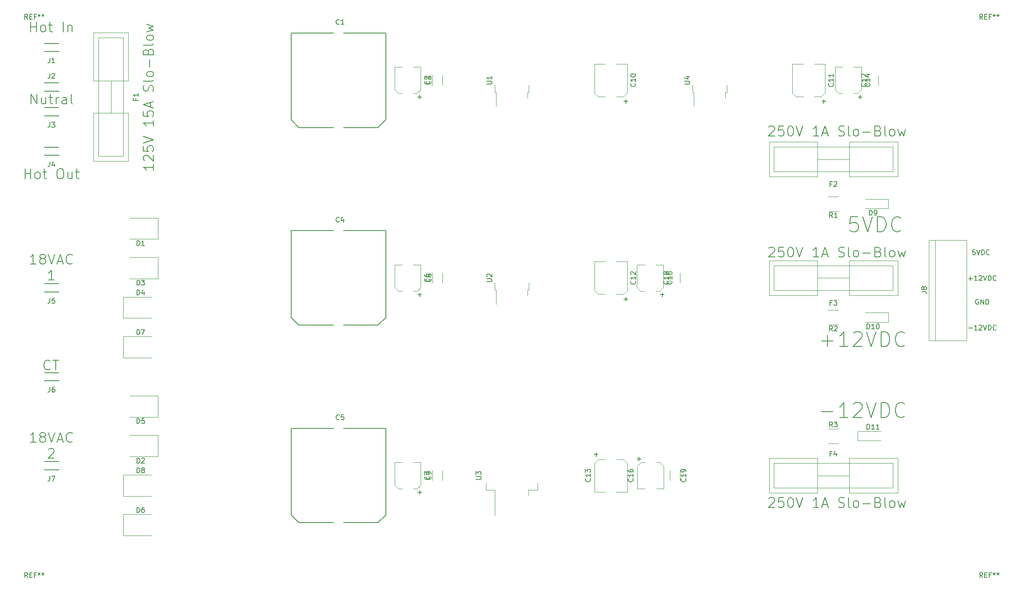
<source format=gbr>
G04 #@! TF.GenerationSoftware,KiCad,Pcbnew,9.0.0*
G04 #@! TF.CreationDate,2025-02-23T15:52:22-07:00*
G04 #@! TF.ProjectId,Power_Supply,506f7765-725f-4537-9570-706c792e6b69,rev?*
G04 #@! TF.SameCoordinates,Original*
G04 #@! TF.FileFunction,Legend,Top*
G04 #@! TF.FilePolarity,Positive*
%FSLAX46Y46*%
G04 Gerber Fmt 4.6, Leading zero omitted, Abs format (unit mm)*
G04 Created by KiCad (PCBNEW 9.0.0) date 2025-02-23 15:52:22*
%MOMM*%
%LPD*%
G01*
G04 APERTURE LIST*
%ADD10C,0.150000*%
%ADD11C,0.120000*%
G04 APERTURE END LIST*
D10*
X151973094Y-53971914D02*
X152068332Y-53876676D01*
X152068332Y-53876676D02*
X152258808Y-53781438D01*
X152258808Y-53781438D02*
X152734999Y-53781438D01*
X152734999Y-53781438D02*
X152925475Y-53876676D01*
X152925475Y-53876676D02*
X153020713Y-53971914D01*
X153020713Y-53971914D02*
X153115951Y-54162390D01*
X153115951Y-54162390D02*
X153115951Y-54352866D01*
X153115951Y-54352866D02*
X153020713Y-54638580D01*
X153020713Y-54638580D02*
X151877856Y-55781438D01*
X151877856Y-55781438D02*
X153115951Y-55781438D01*
X154925475Y-53781438D02*
X153973094Y-53781438D01*
X153973094Y-53781438D02*
X153877856Y-54733819D01*
X153877856Y-54733819D02*
X153973094Y-54638580D01*
X153973094Y-54638580D02*
X154163570Y-54543342D01*
X154163570Y-54543342D02*
X154639761Y-54543342D01*
X154639761Y-54543342D02*
X154830237Y-54638580D01*
X154830237Y-54638580D02*
X154925475Y-54733819D01*
X154925475Y-54733819D02*
X155020713Y-54924295D01*
X155020713Y-54924295D02*
X155020713Y-55400485D01*
X155020713Y-55400485D02*
X154925475Y-55590961D01*
X154925475Y-55590961D02*
X154830237Y-55686200D01*
X154830237Y-55686200D02*
X154639761Y-55781438D01*
X154639761Y-55781438D02*
X154163570Y-55781438D01*
X154163570Y-55781438D02*
X153973094Y-55686200D01*
X153973094Y-55686200D02*
X153877856Y-55590961D01*
X156258808Y-53781438D02*
X156449285Y-53781438D01*
X156449285Y-53781438D02*
X156639761Y-53876676D01*
X156639761Y-53876676D02*
X156734999Y-53971914D01*
X156734999Y-53971914D02*
X156830237Y-54162390D01*
X156830237Y-54162390D02*
X156925475Y-54543342D01*
X156925475Y-54543342D02*
X156925475Y-55019533D01*
X156925475Y-55019533D02*
X156830237Y-55400485D01*
X156830237Y-55400485D02*
X156734999Y-55590961D01*
X156734999Y-55590961D02*
X156639761Y-55686200D01*
X156639761Y-55686200D02*
X156449285Y-55781438D01*
X156449285Y-55781438D02*
X156258808Y-55781438D01*
X156258808Y-55781438D02*
X156068332Y-55686200D01*
X156068332Y-55686200D02*
X155973094Y-55590961D01*
X155973094Y-55590961D02*
X155877856Y-55400485D01*
X155877856Y-55400485D02*
X155782618Y-55019533D01*
X155782618Y-55019533D02*
X155782618Y-54543342D01*
X155782618Y-54543342D02*
X155877856Y-54162390D01*
X155877856Y-54162390D02*
X155973094Y-53971914D01*
X155973094Y-53971914D02*
X156068332Y-53876676D01*
X156068332Y-53876676D02*
X156258808Y-53781438D01*
X157496904Y-53781438D02*
X158163570Y-55781438D01*
X158163570Y-55781438D02*
X158830237Y-53781438D01*
X162068333Y-55781438D02*
X160925476Y-55781438D01*
X161496904Y-55781438D02*
X161496904Y-53781438D01*
X161496904Y-53781438D02*
X161306428Y-54067152D01*
X161306428Y-54067152D02*
X161115952Y-54257628D01*
X161115952Y-54257628D02*
X160925476Y-54352866D01*
X162830238Y-55210009D02*
X163782619Y-55210009D01*
X162639762Y-55781438D02*
X163306428Y-53781438D01*
X163306428Y-53781438D02*
X163973095Y-55781438D01*
X166068334Y-55686200D02*
X166354048Y-55781438D01*
X166354048Y-55781438D02*
X166830239Y-55781438D01*
X166830239Y-55781438D02*
X167020715Y-55686200D01*
X167020715Y-55686200D02*
X167115953Y-55590961D01*
X167115953Y-55590961D02*
X167211191Y-55400485D01*
X167211191Y-55400485D02*
X167211191Y-55210009D01*
X167211191Y-55210009D02*
X167115953Y-55019533D01*
X167115953Y-55019533D02*
X167020715Y-54924295D01*
X167020715Y-54924295D02*
X166830239Y-54829057D01*
X166830239Y-54829057D02*
X166449286Y-54733819D01*
X166449286Y-54733819D02*
X166258810Y-54638580D01*
X166258810Y-54638580D02*
X166163572Y-54543342D01*
X166163572Y-54543342D02*
X166068334Y-54352866D01*
X166068334Y-54352866D02*
X166068334Y-54162390D01*
X166068334Y-54162390D02*
X166163572Y-53971914D01*
X166163572Y-53971914D02*
X166258810Y-53876676D01*
X166258810Y-53876676D02*
X166449286Y-53781438D01*
X166449286Y-53781438D02*
X166925477Y-53781438D01*
X166925477Y-53781438D02*
X167211191Y-53876676D01*
X168354048Y-55781438D02*
X168163572Y-55686200D01*
X168163572Y-55686200D02*
X168068334Y-55495723D01*
X168068334Y-55495723D02*
X168068334Y-53781438D01*
X169401667Y-55781438D02*
X169211191Y-55686200D01*
X169211191Y-55686200D02*
X169115953Y-55590961D01*
X169115953Y-55590961D02*
X169020715Y-55400485D01*
X169020715Y-55400485D02*
X169020715Y-54829057D01*
X169020715Y-54829057D02*
X169115953Y-54638580D01*
X169115953Y-54638580D02*
X169211191Y-54543342D01*
X169211191Y-54543342D02*
X169401667Y-54448104D01*
X169401667Y-54448104D02*
X169687382Y-54448104D01*
X169687382Y-54448104D02*
X169877858Y-54543342D01*
X169877858Y-54543342D02*
X169973096Y-54638580D01*
X169973096Y-54638580D02*
X170068334Y-54829057D01*
X170068334Y-54829057D02*
X170068334Y-55400485D01*
X170068334Y-55400485D02*
X169973096Y-55590961D01*
X169973096Y-55590961D02*
X169877858Y-55686200D01*
X169877858Y-55686200D02*
X169687382Y-55781438D01*
X169687382Y-55781438D02*
X169401667Y-55781438D01*
X170925477Y-55019533D02*
X172449287Y-55019533D01*
X174068334Y-54733819D02*
X174354048Y-54829057D01*
X174354048Y-54829057D02*
X174449286Y-54924295D01*
X174449286Y-54924295D02*
X174544524Y-55114771D01*
X174544524Y-55114771D02*
X174544524Y-55400485D01*
X174544524Y-55400485D02*
X174449286Y-55590961D01*
X174449286Y-55590961D02*
X174354048Y-55686200D01*
X174354048Y-55686200D02*
X174163572Y-55781438D01*
X174163572Y-55781438D02*
X173401667Y-55781438D01*
X173401667Y-55781438D02*
X173401667Y-53781438D01*
X173401667Y-53781438D02*
X174068334Y-53781438D01*
X174068334Y-53781438D02*
X174258810Y-53876676D01*
X174258810Y-53876676D02*
X174354048Y-53971914D01*
X174354048Y-53971914D02*
X174449286Y-54162390D01*
X174449286Y-54162390D02*
X174449286Y-54352866D01*
X174449286Y-54352866D02*
X174354048Y-54543342D01*
X174354048Y-54543342D02*
X174258810Y-54638580D01*
X174258810Y-54638580D02*
X174068334Y-54733819D01*
X174068334Y-54733819D02*
X173401667Y-54733819D01*
X175687381Y-55781438D02*
X175496905Y-55686200D01*
X175496905Y-55686200D02*
X175401667Y-55495723D01*
X175401667Y-55495723D02*
X175401667Y-53781438D01*
X176735000Y-55781438D02*
X176544524Y-55686200D01*
X176544524Y-55686200D02*
X176449286Y-55590961D01*
X176449286Y-55590961D02*
X176354048Y-55400485D01*
X176354048Y-55400485D02*
X176354048Y-54829057D01*
X176354048Y-54829057D02*
X176449286Y-54638580D01*
X176449286Y-54638580D02*
X176544524Y-54543342D01*
X176544524Y-54543342D02*
X176735000Y-54448104D01*
X176735000Y-54448104D02*
X177020715Y-54448104D01*
X177020715Y-54448104D02*
X177211191Y-54543342D01*
X177211191Y-54543342D02*
X177306429Y-54638580D01*
X177306429Y-54638580D02*
X177401667Y-54829057D01*
X177401667Y-54829057D02*
X177401667Y-55400485D01*
X177401667Y-55400485D02*
X177306429Y-55590961D01*
X177306429Y-55590961D02*
X177211191Y-55686200D01*
X177211191Y-55686200D02*
X177020715Y-55781438D01*
X177020715Y-55781438D02*
X176735000Y-55781438D01*
X178068334Y-54448104D02*
X178449286Y-55781438D01*
X178449286Y-55781438D02*
X178830239Y-54829057D01*
X178830239Y-54829057D02*
X179211191Y-55781438D01*
X179211191Y-55781438D02*
X179592143Y-54448104D01*
X151973094Y-104644914D02*
X152068332Y-104549676D01*
X152068332Y-104549676D02*
X152258808Y-104454438D01*
X152258808Y-104454438D02*
X152734999Y-104454438D01*
X152734999Y-104454438D02*
X152925475Y-104549676D01*
X152925475Y-104549676D02*
X153020713Y-104644914D01*
X153020713Y-104644914D02*
X153115951Y-104835390D01*
X153115951Y-104835390D02*
X153115951Y-105025866D01*
X153115951Y-105025866D02*
X153020713Y-105311580D01*
X153020713Y-105311580D02*
X151877856Y-106454438D01*
X151877856Y-106454438D02*
X153115951Y-106454438D01*
X154925475Y-104454438D02*
X153973094Y-104454438D01*
X153973094Y-104454438D02*
X153877856Y-105406819D01*
X153877856Y-105406819D02*
X153973094Y-105311580D01*
X153973094Y-105311580D02*
X154163570Y-105216342D01*
X154163570Y-105216342D02*
X154639761Y-105216342D01*
X154639761Y-105216342D02*
X154830237Y-105311580D01*
X154830237Y-105311580D02*
X154925475Y-105406819D01*
X154925475Y-105406819D02*
X155020713Y-105597295D01*
X155020713Y-105597295D02*
X155020713Y-106073485D01*
X155020713Y-106073485D02*
X154925475Y-106263961D01*
X154925475Y-106263961D02*
X154830237Y-106359200D01*
X154830237Y-106359200D02*
X154639761Y-106454438D01*
X154639761Y-106454438D02*
X154163570Y-106454438D01*
X154163570Y-106454438D02*
X153973094Y-106359200D01*
X153973094Y-106359200D02*
X153877856Y-106263961D01*
X156258808Y-104454438D02*
X156449285Y-104454438D01*
X156449285Y-104454438D02*
X156639761Y-104549676D01*
X156639761Y-104549676D02*
X156734999Y-104644914D01*
X156734999Y-104644914D02*
X156830237Y-104835390D01*
X156830237Y-104835390D02*
X156925475Y-105216342D01*
X156925475Y-105216342D02*
X156925475Y-105692533D01*
X156925475Y-105692533D02*
X156830237Y-106073485D01*
X156830237Y-106073485D02*
X156734999Y-106263961D01*
X156734999Y-106263961D02*
X156639761Y-106359200D01*
X156639761Y-106359200D02*
X156449285Y-106454438D01*
X156449285Y-106454438D02*
X156258808Y-106454438D01*
X156258808Y-106454438D02*
X156068332Y-106359200D01*
X156068332Y-106359200D02*
X155973094Y-106263961D01*
X155973094Y-106263961D02*
X155877856Y-106073485D01*
X155877856Y-106073485D02*
X155782618Y-105692533D01*
X155782618Y-105692533D02*
X155782618Y-105216342D01*
X155782618Y-105216342D02*
X155877856Y-104835390D01*
X155877856Y-104835390D02*
X155973094Y-104644914D01*
X155973094Y-104644914D02*
X156068332Y-104549676D01*
X156068332Y-104549676D02*
X156258808Y-104454438D01*
X157496904Y-104454438D02*
X158163570Y-106454438D01*
X158163570Y-106454438D02*
X158830237Y-104454438D01*
X162068333Y-106454438D02*
X160925476Y-106454438D01*
X161496904Y-106454438D02*
X161496904Y-104454438D01*
X161496904Y-104454438D02*
X161306428Y-104740152D01*
X161306428Y-104740152D02*
X161115952Y-104930628D01*
X161115952Y-104930628D02*
X160925476Y-105025866D01*
X162830238Y-105883009D02*
X163782619Y-105883009D01*
X162639762Y-106454438D02*
X163306428Y-104454438D01*
X163306428Y-104454438D02*
X163973095Y-106454438D01*
X166068334Y-106359200D02*
X166354048Y-106454438D01*
X166354048Y-106454438D02*
X166830239Y-106454438D01*
X166830239Y-106454438D02*
X167020715Y-106359200D01*
X167020715Y-106359200D02*
X167115953Y-106263961D01*
X167115953Y-106263961D02*
X167211191Y-106073485D01*
X167211191Y-106073485D02*
X167211191Y-105883009D01*
X167211191Y-105883009D02*
X167115953Y-105692533D01*
X167115953Y-105692533D02*
X167020715Y-105597295D01*
X167020715Y-105597295D02*
X166830239Y-105502057D01*
X166830239Y-105502057D02*
X166449286Y-105406819D01*
X166449286Y-105406819D02*
X166258810Y-105311580D01*
X166258810Y-105311580D02*
X166163572Y-105216342D01*
X166163572Y-105216342D02*
X166068334Y-105025866D01*
X166068334Y-105025866D02*
X166068334Y-104835390D01*
X166068334Y-104835390D02*
X166163572Y-104644914D01*
X166163572Y-104644914D02*
X166258810Y-104549676D01*
X166258810Y-104549676D02*
X166449286Y-104454438D01*
X166449286Y-104454438D02*
X166925477Y-104454438D01*
X166925477Y-104454438D02*
X167211191Y-104549676D01*
X168354048Y-106454438D02*
X168163572Y-106359200D01*
X168163572Y-106359200D02*
X168068334Y-106168723D01*
X168068334Y-106168723D02*
X168068334Y-104454438D01*
X169401667Y-106454438D02*
X169211191Y-106359200D01*
X169211191Y-106359200D02*
X169115953Y-106263961D01*
X169115953Y-106263961D02*
X169020715Y-106073485D01*
X169020715Y-106073485D02*
X169020715Y-105502057D01*
X169020715Y-105502057D02*
X169115953Y-105311580D01*
X169115953Y-105311580D02*
X169211191Y-105216342D01*
X169211191Y-105216342D02*
X169401667Y-105121104D01*
X169401667Y-105121104D02*
X169687382Y-105121104D01*
X169687382Y-105121104D02*
X169877858Y-105216342D01*
X169877858Y-105216342D02*
X169973096Y-105311580D01*
X169973096Y-105311580D02*
X170068334Y-105502057D01*
X170068334Y-105502057D02*
X170068334Y-106073485D01*
X170068334Y-106073485D02*
X169973096Y-106263961D01*
X169973096Y-106263961D02*
X169877858Y-106359200D01*
X169877858Y-106359200D02*
X169687382Y-106454438D01*
X169687382Y-106454438D02*
X169401667Y-106454438D01*
X170925477Y-105692533D02*
X172449287Y-105692533D01*
X174068334Y-105406819D02*
X174354048Y-105502057D01*
X174354048Y-105502057D02*
X174449286Y-105597295D01*
X174449286Y-105597295D02*
X174544524Y-105787771D01*
X174544524Y-105787771D02*
X174544524Y-106073485D01*
X174544524Y-106073485D02*
X174449286Y-106263961D01*
X174449286Y-106263961D02*
X174354048Y-106359200D01*
X174354048Y-106359200D02*
X174163572Y-106454438D01*
X174163572Y-106454438D02*
X173401667Y-106454438D01*
X173401667Y-106454438D02*
X173401667Y-104454438D01*
X173401667Y-104454438D02*
X174068334Y-104454438D01*
X174068334Y-104454438D02*
X174258810Y-104549676D01*
X174258810Y-104549676D02*
X174354048Y-104644914D01*
X174354048Y-104644914D02*
X174449286Y-104835390D01*
X174449286Y-104835390D02*
X174449286Y-105025866D01*
X174449286Y-105025866D02*
X174354048Y-105216342D01*
X174354048Y-105216342D02*
X174258810Y-105311580D01*
X174258810Y-105311580D02*
X174068334Y-105406819D01*
X174068334Y-105406819D02*
X173401667Y-105406819D01*
X175687381Y-106454438D02*
X175496905Y-106359200D01*
X175496905Y-106359200D02*
X175401667Y-106168723D01*
X175401667Y-106168723D02*
X175401667Y-104454438D01*
X176735000Y-106454438D02*
X176544524Y-106359200D01*
X176544524Y-106359200D02*
X176449286Y-106263961D01*
X176449286Y-106263961D02*
X176354048Y-106073485D01*
X176354048Y-106073485D02*
X176354048Y-105502057D01*
X176354048Y-105502057D02*
X176449286Y-105311580D01*
X176449286Y-105311580D02*
X176544524Y-105216342D01*
X176544524Y-105216342D02*
X176735000Y-105121104D01*
X176735000Y-105121104D02*
X177020715Y-105121104D01*
X177020715Y-105121104D02*
X177211191Y-105216342D01*
X177211191Y-105216342D02*
X177306429Y-105311580D01*
X177306429Y-105311580D02*
X177401667Y-105502057D01*
X177401667Y-105502057D02*
X177401667Y-106073485D01*
X177401667Y-106073485D02*
X177306429Y-106263961D01*
X177306429Y-106263961D02*
X177211191Y-106359200D01*
X177211191Y-106359200D02*
X177020715Y-106454438D01*
X177020715Y-106454438D02*
X176735000Y-106454438D01*
X178068334Y-105121104D02*
X178449286Y-106454438D01*
X178449286Y-106454438D02*
X178830239Y-105502057D01*
X178830239Y-105502057D02*
X179211191Y-106454438D01*
X179211191Y-106454438D02*
X179592143Y-105121104D01*
X162656285Y-72754200D02*
X164942000Y-72754200D01*
X163799142Y-73897057D02*
X163799142Y-71611342D01*
X167942000Y-73897057D02*
X166227714Y-73897057D01*
X167084857Y-73897057D02*
X167084857Y-70897057D01*
X167084857Y-70897057D02*
X166799143Y-71325628D01*
X166799143Y-71325628D02*
X166513428Y-71611342D01*
X166513428Y-71611342D02*
X166227714Y-71754200D01*
X169084857Y-71182771D02*
X169227714Y-71039914D01*
X169227714Y-71039914D02*
X169513429Y-70897057D01*
X169513429Y-70897057D02*
X170227714Y-70897057D01*
X170227714Y-70897057D02*
X170513429Y-71039914D01*
X170513429Y-71039914D02*
X170656286Y-71182771D01*
X170656286Y-71182771D02*
X170799143Y-71468485D01*
X170799143Y-71468485D02*
X170799143Y-71754200D01*
X170799143Y-71754200D02*
X170656286Y-72182771D01*
X170656286Y-72182771D02*
X168942000Y-73897057D01*
X168942000Y-73897057D02*
X170799143Y-73897057D01*
X171656286Y-70897057D02*
X172656286Y-73897057D01*
X172656286Y-73897057D02*
X173656286Y-70897057D01*
X174656286Y-73897057D02*
X174656286Y-70897057D01*
X174656286Y-70897057D02*
X175370572Y-70897057D01*
X175370572Y-70897057D02*
X175799143Y-71039914D01*
X175799143Y-71039914D02*
X176084858Y-71325628D01*
X176084858Y-71325628D02*
X176227715Y-71611342D01*
X176227715Y-71611342D02*
X176370572Y-72182771D01*
X176370572Y-72182771D02*
X176370572Y-72611342D01*
X176370572Y-72611342D02*
X176227715Y-73182771D01*
X176227715Y-73182771D02*
X176084858Y-73468485D01*
X176084858Y-73468485D02*
X175799143Y-73754200D01*
X175799143Y-73754200D02*
X175370572Y-73897057D01*
X175370572Y-73897057D02*
X174656286Y-73897057D01*
X179370572Y-73611342D02*
X179227715Y-73754200D01*
X179227715Y-73754200D02*
X178799143Y-73897057D01*
X178799143Y-73897057D02*
X178513429Y-73897057D01*
X178513429Y-73897057D02*
X178084858Y-73754200D01*
X178084858Y-73754200D02*
X177799143Y-73468485D01*
X177799143Y-73468485D02*
X177656286Y-73182771D01*
X177656286Y-73182771D02*
X177513429Y-72611342D01*
X177513429Y-72611342D02*
X177513429Y-72182771D01*
X177513429Y-72182771D02*
X177656286Y-71611342D01*
X177656286Y-71611342D02*
X177799143Y-71325628D01*
X177799143Y-71325628D02*
X178084858Y-71039914D01*
X178084858Y-71039914D02*
X178513429Y-70897057D01*
X178513429Y-70897057D02*
X178799143Y-70897057D01*
X178799143Y-70897057D02*
X179227715Y-71039914D01*
X179227715Y-71039914D02*
X179370572Y-71182771D01*
X162656285Y-87105200D02*
X164942000Y-87105200D01*
X167942000Y-88248057D02*
X166227714Y-88248057D01*
X167084857Y-88248057D02*
X167084857Y-85248057D01*
X167084857Y-85248057D02*
X166799143Y-85676628D01*
X166799143Y-85676628D02*
X166513428Y-85962342D01*
X166513428Y-85962342D02*
X166227714Y-86105200D01*
X169084857Y-85533771D02*
X169227714Y-85390914D01*
X169227714Y-85390914D02*
X169513429Y-85248057D01*
X169513429Y-85248057D02*
X170227714Y-85248057D01*
X170227714Y-85248057D02*
X170513429Y-85390914D01*
X170513429Y-85390914D02*
X170656286Y-85533771D01*
X170656286Y-85533771D02*
X170799143Y-85819485D01*
X170799143Y-85819485D02*
X170799143Y-86105200D01*
X170799143Y-86105200D02*
X170656286Y-86533771D01*
X170656286Y-86533771D02*
X168942000Y-88248057D01*
X168942000Y-88248057D02*
X170799143Y-88248057D01*
X171656286Y-85248057D02*
X172656286Y-88248057D01*
X172656286Y-88248057D02*
X173656286Y-85248057D01*
X174656286Y-88248057D02*
X174656286Y-85248057D01*
X174656286Y-85248057D02*
X175370572Y-85248057D01*
X175370572Y-85248057D02*
X175799143Y-85390914D01*
X175799143Y-85390914D02*
X176084858Y-85676628D01*
X176084858Y-85676628D02*
X176227715Y-85962342D01*
X176227715Y-85962342D02*
X176370572Y-86533771D01*
X176370572Y-86533771D02*
X176370572Y-86962342D01*
X176370572Y-86962342D02*
X176227715Y-87533771D01*
X176227715Y-87533771D02*
X176084858Y-87819485D01*
X176084858Y-87819485D02*
X175799143Y-88105200D01*
X175799143Y-88105200D02*
X175370572Y-88248057D01*
X175370572Y-88248057D02*
X174656286Y-88248057D01*
X179370572Y-87962342D02*
X179227715Y-88105200D01*
X179227715Y-88105200D02*
X178799143Y-88248057D01*
X178799143Y-88248057D02*
X178513429Y-88248057D01*
X178513429Y-88248057D02*
X178084858Y-88105200D01*
X178084858Y-88105200D02*
X177799143Y-87819485D01*
X177799143Y-87819485D02*
X177656286Y-87533771D01*
X177656286Y-87533771D02*
X177513429Y-86962342D01*
X177513429Y-86962342D02*
X177513429Y-86533771D01*
X177513429Y-86533771D02*
X177656286Y-85962342D01*
X177656286Y-85962342D02*
X177799143Y-85676628D01*
X177799143Y-85676628D02*
X178084858Y-85390914D01*
X178084858Y-85390914D02*
X178513429Y-85248057D01*
X178513429Y-85248057D02*
X178799143Y-85248057D01*
X178799143Y-85248057D02*
X179227715Y-85390914D01*
X179227715Y-85390914D02*
X179370572Y-85533771D01*
X192310095Y-60144866D02*
X193072000Y-60144866D01*
X192691047Y-60525819D02*
X192691047Y-59763914D01*
X194071999Y-60525819D02*
X193500571Y-60525819D01*
X193786285Y-60525819D02*
X193786285Y-59525819D01*
X193786285Y-59525819D02*
X193691047Y-59668676D01*
X193691047Y-59668676D02*
X193595809Y-59763914D01*
X193595809Y-59763914D02*
X193500571Y-59811533D01*
X194452952Y-59621057D02*
X194500571Y-59573438D01*
X194500571Y-59573438D02*
X194595809Y-59525819D01*
X194595809Y-59525819D02*
X194833904Y-59525819D01*
X194833904Y-59525819D02*
X194929142Y-59573438D01*
X194929142Y-59573438D02*
X194976761Y-59621057D01*
X194976761Y-59621057D02*
X195024380Y-59716295D01*
X195024380Y-59716295D02*
X195024380Y-59811533D01*
X195024380Y-59811533D02*
X194976761Y-59954390D01*
X194976761Y-59954390D02*
X194405333Y-60525819D01*
X194405333Y-60525819D02*
X195024380Y-60525819D01*
X195310095Y-59525819D02*
X195643428Y-60525819D01*
X195643428Y-60525819D02*
X195976761Y-59525819D01*
X196310095Y-60525819D02*
X196310095Y-59525819D01*
X196310095Y-59525819D02*
X196548190Y-59525819D01*
X196548190Y-59525819D02*
X196691047Y-59573438D01*
X196691047Y-59573438D02*
X196786285Y-59668676D01*
X196786285Y-59668676D02*
X196833904Y-59763914D01*
X196833904Y-59763914D02*
X196881523Y-59954390D01*
X196881523Y-59954390D02*
X196881523Y-60097247D01*
X196881523Y-60097247D02*
X196833904Y-60287723D01*
X196833904Y-60287723D02*
X196786285Y-60382961D01*
X196786285Y-60382961D02*
X196691047Y-60478200D01*
X196691047Y-60478200D02*
X196548190Y-60525819D01*
X196548190Y-60525819D02*
X196310095Y-60525819D01*
X197881523Y-60430580D02*
X197833904Y-60478200D01*
X197833904Y-60478200D02*
X197691047Y-60525819D01*
X197691047Y-60525819D02*
X197595809Y-60525819D01*
X197595809Y-60525819D02*
X197452952Y-60478200D01*
X197452952Y-60478200D02*
X197357714Y-60382961D01*
X197357714Y-60382961D02*
X197310095Y-60287723D01*
X197310095Y-60287723D02*
X197262476Y-60097247D01*
X197262476Y-60097247D02*
X197262476Y-59954390D01*
X197262476Y-59954390D02*
X197310095Y-59763914D01*
X197310095Y-59763914D02*
X197357714Y-59668676D01*
X197357714Y-59668676D02*
X197452952Y-59573438D01*
X197452952Y-59573438D02*
X197595809Y-59525819D01*
X197595809Y-59525819D02*
X197691047Y-59525819D01*
X197691047Y-59525819D02*
X197833904Y-59573438D01*
X197833904Y-59573438D02*
X197881523Y-59621057D01*
X192310095Y-70177866D02*
X193072000Y-70177866D01*
X194071999Y-70558819D02*
X193500571Y-70558819D01*
X193786285Y-70558819D02*
X193786285Y-69558819D01*
X193786285Y-69558819D02*
X193691047Y-69701676D01*
X193691047Y-69701676D02*
X193595809Y-69796914D01*
X193595809Y-69796914D02*
X193500571Y-69844533D01*
X194452952Y-69654057D02*
X194500571Y-69606438D01*
X194500571Y-69606438D02*
X194595809Y-69558819D01*
X194595809Y-69558819D02*
X194833904Y-69558819D01*
X194833904Y-69558819D02*
X194929142Y-69606438D01*
X194929142Y-69606438D02*
X194976761Y-69654057D01*
X194976761Y-69654057D02*
X195024380Y-69749295D01*
X195024380Y-69749295D02*
X195024380Y-69844533D01*
X195024380Y-69844533D02*
X194976761Y-69987390D01*
X194976761Y-69987390D02*
X194405333Y-70558819D01*
X194405333Y-70558819D02*
X195024380Y-70558819D01*
X195310095Y-69558819D02*
X195643428Y-70558819D01*
X195643428Y-70558819D02*
X195976761Y-69558819D01*
X196310095Y-70558819D02*
X196310095Y-69558819D01*
X196310095Y-69558819D02*
X196548190Y-69558819D01*
X196548190Y-69558819D02*
X196691047Y-69606438D01*
X196691047Y-69606438D02*
X196786285Y-69701676D01*
X196786285Y-69701676D02*
X196833904Y-69796914D01*
X196833904Y-69796914D02*
X196881523Y-69987390D01*
X196881523Y-69987390D02*
X196881523Y-70130247D01*
X196881523Y-70130247D02*
X196833904Y-70320723D01*
X196833904Y-70320723D02*
X196786285Y-70415961D01*
X196786285Y-70415961D02*
X196691047Y-70511200D01*
X196691047Y-70511200D02*
X196548190Y-70558819D01*
X196548190Y-70558819D02*
X196310095Y-70558819D01*
X197881523Y-70463580D02*
X197833904Y-70511200D01*
X197833904Y-70511200D02*
X197691047Y-70558819D01*
X197691047Y-70558819D02*
X197595809Y-70558819D01*
X197595809Y-70558819D02*
X197452952Y-70511200D01*
X197452952Y-70511200D02*
X197357714Y-70415961D01*
X197357714Y-70415961D02*
X197310095Y-70320723D01*
X197310095Y-70320723D02*
X197262476Y-70130247D01*
X197262476Y-70130247D02*
X197262476Y-69987390D01*
X197262476Y-69987390D02*
X197310095Y-69796914D01*
X197310095Y-69796914D02*
X197357714Y-69701676D01*
X197357714Y-69701676D02*
X197452952Y-69606438D01*
X197452952Y-69606438D02*
X197595809Y-69558819D01*
X197595809Y-69558819D02*
X197691047Y-69558819D01*
X197691047Y-69558819D02*
X197833904Y-69606438D01*
X197833904Y-69606438D02*
X197881523Y-69654057D01*
X194310095Y-64399438D02*
X194214857Y-64351819D01*
X194214857Y-64351819D02*
X194072000Y-64351819D01*
X194072000Y-64351819D02*
X193929143Y-64399438D01*
X193929143Y-64399438D02*
X193833905Y-64494676D01*
X193833905Y-64494676D02*
X193786286Y-64589914D01*
X193786286Y-64589914D02*
X193738667Y-64780390D01*
X193738667Y-64780390D02*
X193738667Y-64923247D01*
X193738667Y-64923247D02*
X193786286Y-65113723D01*
X193786286Y-65113723D02*
X193833905Y-65208961D01*
X193833905Y-65208961D02*
X193929143Y-65304200D01*
X193929143Y-65304200D02*
X194072000Y-65351819D01*
X194072000Y-65351819D02*
X194167238Y-65351819D01*
X194167238Y-65351819D02*
X194310095Y-65304200D01*
X194310095Y-65304200D02*
X194357714Y-65256580D01*
X194357714Y-65256580D02*
X194357714Y-64923247D01*
X194357714Y-64923247D02*
X194167238Y-64923247D01*
X194786286Y-65351819D02*
X194786286Y-64351819D01*
X194786286Y-64351819D02*
X195357714Y-65351819D01*
X195357714Y-65351819D02*
X195357714Y-64351819D01*
X195833905Y-65351819D02*
X195833905Y-64351819D01*
X195833905Y-64351819D02*
X196072000Y-64351819D01*
X196072000Y-64351819D02*
X196214857Y-64399438D01*
X196214857Y-64399438D02*
X196310095Y-64494676D01*
X196310095Y-64494676D02*
X196357714Y-64589914D01*
X196357714Y-64589914D02*
X196405333Y-64780390D01*
X196405333Y-64780390D02*
X196405333Y-64923247D01*
X196405333Y-64923247D02*
X196357714Y-65113723D01*
X196357714Y-65113723D02*
X196310095Y-65208961D01*
X196310095Y-65208961D02*
X196214857Y-65304200D01*
X196214857Y-65304200D02*
X196072000Y-65351819D01*
X196072000Y-65351819D02*
X195833905Y-65351819D01*
X3889761Y-93287494D02*
X2746904Y-93287494D01*
X3318332Y-93287494D02*
X3318332Y-91287494D01*
X3318332Y-91287494D02*
X3127856Y-91573208D01*
X3127856Y-91573208D02*
X2937380Y-91763684D01*
X2937380Y-91763684D02*
X2746904Y-91858922D01*
X5032618Y-92144636D02*
X4842142Y-92049398D01*
X4842142Y-92049398D02*
X4746904Y-91954160D01*
X4746904Y-91954160D02*
X4651666Y-91763684D01*
X4651666Y-91763684D02*
X4651666Y-91668446D01*
X4651666Y-91668446D02*
X4746904Y-91477970D01*
X4746904Y-91477970D02*
X4842142Y-91382732D01*
X4842142Y-91382732D02*
X5032618Y-91287494D01*
X5032618Y-91287494D02*
X5413571Y-91287494D01*
X5413571Y-91287494D02*
X5604047Y-91382732D01*
X5604047Y-91382732D02*
X5699285Y-91477970D01*
X5699285Y-91477970D02*
X5794523Y-91668446D01*
X5794523Y-91668446D02*
X5794523Y-91763684D01*
X5794523Y-91763684D02*
X5699285Y-91954160D01*
X5699285Y-91954160D02*
X5604047Y-92049398D01*
X5604047Y-92049398D02*
X5413571Y-92144636D01*
X5413571Y-92144636D02*
X5032618Y-92144636D01*
X5032618Y-92144636D02*
X4842142Y-92239875D01*
X4842142Y-92239875D02*
X4746904Y-92335113D01*
X4746904Y-92335113D02*
X4651666Y-92525589D01*
X4651666Y-92525589D02*
X4651666Y-92906541D01*
X4651666Y-92906541D02*
X4746904Y-93097017D01*
X4746904Y-93097017D02*
X4842142Y-93192256D01*
X4842142Y-93192256D02*
X5032618Y-93287494D01*
X5032618Y-93287494D02*
X5413571Y-93287494D01*
X5413571Y-93287494D02*
X5604047Y-93192256D01*
X5604047Y-93192256D02*
X5699285Y-93097017D01*
X5699285Y-93097017D02*
X5794523Y-92906541D01*
X5794523Y-92906541D02*
X5794523Y-92525589D01*
X5794523Y-92525589D02*
X5699285Y-92335113D01*
X5699285Y-92335113D02*
X5604047Y-92239875D01*
X5604047Y-92239875D02*
X5413571Y-92144636D01*
X6365952Y-91287494D02*
X7032618Y-93287494D01*
X7032618Y-93287494D02*
X7699285Y-91287494D01*
X8270714Y-92716065D02*
X9223095Y-92716065D01*
X8080238Y-93287494D02*
X8746904Y-91287494D01*
X8746904Y-91287494D02*
X9413571Y-93287494D01*
X11223095Y-93097017D02*
X11127857Y-93192256D01*
X11127857Y-93192256D02*
X10842143Y-93287494D01*
X10842143Y-93287494D02*
X10651667Y-93287494D01*
X10651667Y-93287494D02*
X10365952Y-93192256D01*
X10365952Y-93192256D02*
X10175476Y-93001779D01*
X10175476Y-93001779D02*
X10080238Y-92811303D01*
X10080238Y-92811303D02*
X9985000Y-92430351D01*
X9985000Y-92430351D02*
X9985000Y-92144636D01*
X9985000Y-92144636D02*
X10080238Y-91763684D01*
X10080238Y-91763684D02*
X10175476Y-91573208D01*
X10175476Y-91573208D02*
X10365952Y-91382732D01*
X10365952Y-91382732D02*
X10651667Y-91287494D01*
X10651667Y-91287494D02*
X10842143Y-91287494D01*
X10842143Y-91287494D02*
X11127857Y-91382732D01*
X11127857Y-91382732D02*
X11223095Y-91477970D01*
X6413571Y-94697858D02*
X6508809Y-94602620D01*
X6508809Y-94602620D02*
X6699285Y-94507382D01*
X6699285Y-94507382D02*
X7175476Y-94507382D01*
X7175476Y-94507382D02*
X7365952Y-94602620D01*
X7365952Y-94602620D02*
X7461190Y-94697858D01*
X7461190Y-94697858D02*
X7556428Y-94888334D01*
X7556428Y-94888334D02*
X7556428Y-95078810D01*
X7556428Y-95078810D02*
X7461190Y-95364524D01*
X7461190Y-95364524D02*
X6318333Y-96507382D01*
X6318333Y-96507382D02*
X7556428Y-96507382D01*
X6715142Y-78450961D02*
X6619904Y-78546200D01*
X6619904Y-78546200D02*
X6334190Y-78641438D01*
X6334190Y-78641438D02*
X6143714Y-78641438D01*
X6143714Y-78641438D02*
X5857999Y-78546200D01*
X5857999Y-78546200D02*
X5667523Y-78355723D01*
X5667523Y-78355723D02*
X5572285Y-78165247D01*
X5572285Y-78165247D02*
X5477047Y-77784295D01*
X5477047Y-77784295D02*
X5477047Y-77498580D01*
X5477047Y-77498580D02*
X5572285Y-77117628D01*
X5572285Y-77117628D02*
X5667523Y-76927152D01*
X5667523Y-76927152D02*
X5857999Y-76736676D01*
X5857999Y-76736676D02*
X6143714Y-76641438D01*
X6143714Y-76641438D02*
X6334190Y-76641438D01*
X6334190Y-76641438D02*
X6619904Y-76736676D01*
X6619904Y-76736676D02*
X6715142Y-76831914D01*
X7286571Y-76641438D02*
X8429428Y-76641438D01*
X7857999Y-78641438D02*
X7857999Y-76641438D01*
X2794523Y-10188438D02*
X2794523Y-8188438D01*
X2794523Y-9140819D02*
X3937380Y-9140819D01*
X3937380Y-10188438D02*
X3937380Y-8188438D01*
X5175475Y-10188438D02*
X4984999Y-10093200D01*
X4984999Y-10093200D02*
X4889761Y-9997961D01*
X4889761Y-9997961D02*
X4794523Y-9807485D01*
X4794523Y-9807485D02*
X4794523Y-9236057D01*
X4794523Y-9236057D02*
X4889761Y-9045580D01*
X4889761Y-9045580D02*
X4984999Y-8950342D01*
X4984999Y-8950342D02*
X5175475Y-8855104D01*
X5175475Y-8855104D02*
X5461190Y-8855104D01*
X5461190Y-8855104D02*
X5651666Y-8950342D01*
X5651666Y-8950342D02*
X5746904Y-9045580D01*
X5746904Y-9045580D02*
X5842142Y-9236057D01*
X5842142Y-9236057D02*
X5842142Y-9807485D01*
X5842142Y-9807485D02*
X5746904Y-9997961D01*
X5746904Y-9997961D02*
X5651666Y-10093200D01*
X5651666Y-10093200D02*
X5461190Y-10188438D01*
X5461190Y-10188438D02*
X5175475Y-10188438D01*
X6413571Y-8855104D02*
X7175475Y-8855104D01*
X6699285Y-8188438D02*
X6699285Y-9902723D01*
X6699285Y-9902723D02*
X6794523Y-10093200D01*
X6794523Y-10093200D02*
X6984999Y-10188438D01*
X6984999Y-10188438D02*
X7175475Y-10188438D01*
X9365952Y-10188438D02*
X9365952Y-8188438D01*
X10318333Y-8855104D02*
X10318333Y-10188438D01*
X10318333Y-9045580D02*
X10413571Y-8950342D01*
X10413571Y-8950342D02*
X10604047Y-8855104D01*
X10604047Y-8855104D02*
X10889762Y-8855104D01*
X10889762Y-8855104D02*
X11080238Y-8950342D01*
X11080238Y-8950342D02*
X11175476Y-9140819D01*
X11175476Y-9140819D02*
X11175476Y-10188438D01*
X1651666Y-39906438D02*
X1651666Y-37906438D01*
X1651666Y-38858819D02*
X2794523Y-38858819D01*
X2794523Y-39906438D02*
X2794523Y-37906438D01*
X4032618Y-39906438D02*
X3842142Y-39811200D01*
X3842142Y-39811200D02*
X3746904Y-39715961D01*
X3746904Y-39715961D02*
X3651666Y-39525485D01*
X3651666Y-39525485D02*
X3651666Y-38954057D01*
X3651666Y-38954057D02*
X3746904Y-38763580D01*
X3746904Y-38763580D02*
X3842142Y-38668342D01*
X3842142Y-38668342D02*
X4032618Y-38573104D01*
X4032618Y-38573104D02*
X4318333Y-38573104D01*
X4318333Y-38573104D02*
X4508809Y-38668342D01*
X4508809Y-38668342D02*
X4604047Y-38763580D01*
X4604047Y-38763580D02*
X4699285Y-38954057D01*
X4699285Y-38954057D02*
X4699285Y-39525485D01*
X4699285Y-39525485D02*
X4604047Y-39715961D01*
X4604047Y-39715961D02*
X4508809Y-39811200D01*
X4508809Y-39811200D02*
X4318333Y-39906438D01*
X4318333Y-39906438D02*
X4032618Y-39906438D01*
X5270714Y-38573104D02*
X6032618Y-38573104D01*
X5556428Y-37906438D02*
X5556428Y-39620723D01*
X5556428Y-39620723D02*
X5651666Y-39811200D01*
X5651666Y-39811200D02*
X5842142Y-39906438D01*
X5842142Y-39906438D02*
X6032618Y-39906438D01*
X8604047Y-37906438D02*
X8985000Y-37906438D01*
X8985000Y-37906438D02*
X9175476Y-38001676D01*
X9175476Y-38001676D02*
X9365952Y-38192152D01*
X9365952Y-38192152D02*
X9461190Y-38573104D01*
X9461190Y-38573104D02*
X9461190Y-39239771D01*
X9461190Y-39239771D02*
X9365952Y-39620723D01*
X9365952Y-39620723D02*
X9175476Y-39811200D01*
X9175476Y-39811200D02*
X8985000Y-39906438D01*
X8985000Y-39906438D02*
X8604047Y-39906438D01*
X8604047Y-39906438D02*
X8413571Y-39811200D01*
X8413571Y-39811200D02*
X8223095Y-39620723D01*
X8223095Y-39620723D02*
X8127857Y-39239771D01*
X8127857Y-39239771D02*
X8127857Y-38573104D01*
X8127857Y-38573104D02*
X8223095Y-38192152D01*
X8223095Y-38192152D02*
X8413571Y-38001676D01*
X8413571Y-38001676D02*
X8604047Y-37906438D01*
X11175476Y-38573104D02*
X11175476Y-39906438D01*
X10318333Y-38573104D02*
X10318333Y-39620723D01*
X10318333Y-39620723D02*
X10413571Y-39811200D01*
X10413571Y-39811200D02*
X10604047Y-39906438D01*
X10604047Y-39906438D02*
X10889762Y-39906438D01*
X10889762Y-39906438D02*
X11080238Y-39811200D01*
X11080238Y-39811200D02*
X11175476Y-39715961D01*
X11842143Y-38573104D02*
X12604047Y-38573104D01*
X12127857Y-37906438D02*
X12127857Y-39620723D01*
X12127857Y-39620723D02*
X12223095Y-39811200D01*
X12223095Y-39811200D02*
X12413571Y-39906438D01*
X12413571Y-39906438D02*
X12604047Y-39906438D01*
X151973094Y-29460914D02*
X152068332Y-29365676D01*
X152068332Y-29365676D02*
X152258808Y-29270438D01*
X152258808Y-29270438D02*
X152734999Y-29270438D01*
X152734999Y-29270438D02*
X152925475Y-29365676D01*
X152925475Y-29365676D02*
X153020713Y-29460914D01*
X153020713Y-29460914D02*
X153115951Y-29651390D01*
X153115951Y-29651390D02*
X153115951Y-29841866D01*
X153115951Y-29841866D02*
X153020713Y-30127580D01*
X153020713Y-30127580D02*
X151877856Y-31270438D01*
X151877856Y-31270438D02*
X153115951Y-31270438D01*
X154925475Y-29270438D02*
X153973094Y-29270438D01*
X153973094Y-29270438D02*
X153877856Y-30222819D01*
X153877856Y-30222819D02*
X153973094Y-30127580D01*
X153973094Y-30127580D02*
X154163570Y-30032342D01*
X154163570Y-30032342D02*
X154639761Y-30032342D01*
X154639761Y-30032342D02*
X154830237Y-30127580D01*
X154830237Y-30127580D02*
X154925475Y-30222819D01*
X154925475Y-30222819D02*
X155020713Y-30413295D01*
X155020713Y-30413295D02*
X155020713Y-30889485D01*
X155020713Y-30889485D02*
X154925475Y-31079961D01*
X154925475Y-31079961D02*
X154830237Y-31175200D01*
X154830237Y-31175200D02*
X154639761Y-31270438D01*
X154639761Y-31270438D02*
X154163570Y-31270438D01*
X154163570Y-31270438D02*
X153973094Y-31175200D01*
X153973094Y-31175200D02*
X153877856Y-31079961D01*
X156258808Y-29270438D02*
X156449285Y-29270438D01*
X156449285Y-29270438D02*
X156639761Y-29365676D01*
X156639761Y-29365676D02*
X156734999Y-29460914D01*
X156734999Y-29460914D02*
X156830237Y-29651390D01*
X156830237Y-29651390D02*
X156925475Y-30032342D01*
X156925475Y-30032342D02*
X156925475Y-30508533D01*
X156925475Y-30508533D02*
X156830237Y-30889485D01*
X156830237Y-30889485D02*
X156734999Y-31079961D01*
X156734999Y-31079961D02*
X156639761Y-31175200D01*
X156639761Y-31175200D02*
X156449285Y-31270438D01*
X156449285Y-31270438D02*
X156258808Y-31270438D01*
X156258808Y-31270438D02*
X156068332Y-31175200D01*
X156068332Y-31175200D02*
X155973094Y-31079961D01*
X155973094Y-31079961D02*
X155877856Y-30889485D01*
X155877856Y-30889485D02*
X155782618Y-30508533D01*
X155782618Y-30508533D02*
X155782618Y-30032342D01*
X155782618Y-30032342D02*
X155877856Y-29651390D01*
X155877856Y-29651390D02*
X155973094Y-29460914D01*
X155973094Y-29460914D02*
X156068332Y-29365676D01*
X156068332Y-29365676D02*
X156258808Y-29270438D01*
X157496904Y-29270438D02*
X158163570Y-31270438D01*
X158163570Y-31270438D02*
X158830237Y-29270438D01*
X162068333Y-31270438D02*
X160925476Y-31270438D01*
X161496904Y-31270438D02*
X161496904Y-29270438D01*
X161496904Y-29270438D02*
X161306428Y-29556152D01*
X161306428Y-29556152D02*
X161115952Y-29746628D01*
X161115952Y-29746628D02*
X160925476Y-29841866D01*
X162830238Y-30699009D02*
X163782619Y-30699009D01*
X162639762Y-31270438D02*
X163306428Y-29270438D01*
X163306428Y-29270438D02*
X163973095Y-31270438D01*
X166068334Y-31175200D02*
X166354048Y-31270438D01*
X166354048Y-31270438D02*
X166830239Y-31270438D01*
X166830239Y-31270438D02*
X167020715Y-31175200D01*
X167020715Y-31175200D02*
X167115953Y-31079961D01*
X167115953Y-31079961D02*
X167211191Y-30889485D01*
X167211191Y-30889485D02*
X167211191Y-30699009D01*
X167211191Y-30699009D02*
X167115953Y-30508533D01*
X167115953Y-30508533D02*
X167020715Y-30413295D01*
X167020715Y-30413295D02*
X166830239Y-30318057D01*
X166830239Y-30318057D02*
X166449286Y-30222819D01*
X166449286Y-30222819D02*
X166258810Y-30127580D01*
X166258810Y-30127580D02*
X166163572Y-30032342D01*
X166163572Y-30032342D02*
X166068334Y-29841866D01*
X166068334Y-29841866D02*
X166068334Y-29651390D01*
X166068334Y-29651390D02*
X166163572Y-29460914D01*
X166163572Y-29460914D02*
X166258810Y-29365676D01*
X166258810Y-29365676D02*
X166449286Y-29270438D01*
X166449286Y-29270438D02*
X166925477Y-29270438D01*
X166925477Y-29270438D02*
X167211191Y-29365676D01*
X168354048Y-31270438D02*
X168163572Y-31175200D01*
X168163572Y-31175200D02*
X168068334Y-30984723D01*
X168068334Y-30984723D02*
X168068334Y-29270438D01*
X169401667Y-31270438D02*
X169211191Y-31175200D01*
X169211191Y-31175200D02*
X169115953Y-31079961D01*
X169115953Y-31079961D02*
X169020715Y-30889485D01*
X169020715Y-30889485D02*
X169020715Y-30318057D01*
X169020715Y-30318057D02*
X169115953Y-30127580D01*
X169115953Y-30127580D02*
X169211191Y-30032342D01*
X169211191Y-30032342D02*
X169401667Y-29937104D01*
X169401667Y-29937104D02*
X169687382Y-29937104D01*
X169687382Y-29937104D02*
X169877858Y-30032342D01*
X169877858Y-30032342D02*
X169973096Y-30127580D01*
X169973096Y-30127580D02*
X170068334Y-30318057D01*
X170068334Y-30318057D02*
X170068334Y-30889485D01*
X170068334Y-30889485D02*
X169973096Y-31079961D01*
X169973096Y-31079961D02*
X169877858Y-31175200D01*
X169877858Y-31175200D02*
X169687382Y-31270438D01*
X169687382Y-31270438D02*
X169401667Y-31270438D01*
X170925477Y-30508533D02*
X172449287Y-30508533D01*
X174068334Y-30222819D02*
X174354048Y-30318057D01*
X174354048Y-30318057D02*
X174449286Y-30413295D01*
X174449286Y-30413295D02*
X174544524Y-30603771D01*
X174544524Y-30603771D02*
X174544524Y-30889485D01*
X174544524Y-30889485D02*
X174449286Y-31079961D01*
X174449286Y-31079961D02*
X174354048Y-31175200D01*
X174354048Y-31175200D02*
X174163572Y-31270438D01*
X174163572Y-31270438D02*
X173401667Y-31270438D01*
X173401667Y-31270438D02*
X173401667Y-29270438D01*
X173401667Y-29270438D02*
X174068334Y-29270438D01*
X174068334Y-29270438D02*
X174258810Y-29365676D01*
X174258810Y-29365676D02*
X174354048Y-29460914D01*
X174354048Y-29460914D02*
X174449286Y-29651390D01*
X174449286Y-29651390D02*
X174449286Y-29841866D01*
X174449286Y-29841866D02*
X174354048Y-30032342D01*
X174354048Y-30032342D02*
X174258810Y-30127580D01*
X174258810Y-30127580D02*
X174068334Y-30222819D01*
X174068334Y-30222819D02*
X173401667Y-30222819D01*
X175687381Y-31270438D02*
X175496905Y-31175200D01*
X175496905Y-31175200D02*
X175401667Y-30984723D01*
X175401667Y-30984723D02*
X175401667Y-29270438D01*
X176735000Y-31270438D02*
X176544524Y-31175200D01*
X176544524Y-31175200D02*
X176449286Y-31079961D01*
X176449286Y-31079961D02*
X176354048Y-30889485D01*
X176354048Y-30889485D02*
X176354048Y-30318057D01*
X176354048Y-30318057D02*
X176449286Y-30127580D01*
X176449286Y-30127580D02*
X176544524Y-30032342D01*
X176544524Y-30032342D02*
X176735000Y-29937104D01*
X176735000Y-29937104D02*
X177020715Y-29937104D01*
X177020715Y-29937104D02*
X177211191Y-30032342D01*
X177211191Y-30032342D02*
X177306429Y-30127580D01*
X177306429Y-30127580D02*
X177401667Y-30318057D01*
X177401667Y-30318057D02*
X177401667Y-30889485D01*
X177401667Y-30889485D02*
X177306429Y-31079961D01*
X177306429Y-31079961D02*
X177211191Y-31175200D01*
X177211191Y-31175200D02*
X177020715Y-31270438D01*
X177020715Y-31270438D02*
X176735000Y-31270438D01*
X178068334Y-29937104D02*
X178449286Y-31270438D01*
X178449286Y-31270438D02*
X178830239Y-30318057D01*
X178830239Y-30318057D02*
X179211191Y-31270438D01*
X179211191Y-31270438D02*
X179592143Y-29937104D01*
X193627523Y-54318819D02*
X193151333Y-54318819D01*
X193151333Y-54318819D02*
X193103714Y-54795009D01*
X193103714Y-54795009D02*
X193151333Y-54747390D01*
X193151333Y-54747390D02*
X193246571Y-54699771D01*
X193246571Y-54699771D02*
X193484666Y-54699771D01*
X193484666Y-54699771D02*
X193579904Y-54747390D01*
X193579904Y-54747390D02*
X193627523Y-54795009D01*
X193627523Y-54795009D02*
X193675142Y-54890247D01*
X193675142Y-54890247D02*
X193675142Y-55128342D01*
X193675142Y-55128342D02*
X193627523Y-55223580D01*
X193627523Y-55223580D02*
X193579904Y-55271200D01*
X193579904Y-55271200D02*
X193484666Y-55318819D01*
X193484666Y-55318819D02*
X193246571Y-55318819D01*
X193246571Y-55318819D02*
X193151333Y-55271200D01*
X193151333Y-55271200D02*
X193103714Y-55223580D01*
X193960857Y-54318819D02*
X194294190Y-55318819D01*
X194294190Y-55318819D02*
X194627523Y-54318819D01*
X194960857Y-55318819D02*
X194960857Y-54318819D01*
X194960857Y-54318819D02*
X195198952Y-54318819D01*
X195198952Y-54318819D02*
X195341809Y-54366438D01*
X195341809Y-54366438D02*
X195437047Y-54461676D01*
X195437047Y-54461676D02*
X195484666Y-54556914D01*
X195484666Y-54556914D02*
X195532285Y-54747390D01*
X195532285Y-54747390D02*
X195532285Y-54890247D01*
X195532285Y-54890247D02*
X195484666Y-55080723D01*
X195484666Y-55080723D02*
X195437047Y-55175961D01*
X195437047Y-55175961D02*
X195341809Y-55271200D01*
X195341809Y-55271200D02*
X195198952Y-55318819D01*
X195198952Y-55318819D02*
X194960857Y-55318819D01*
X196532285Y-55223580D02*
X196484666Y-55271200D01*
X196484666Y-55271200D02*
X196341809Y-55318819D01*
X196341809Y-55318819D02*
X196246571Y-55318819D01*
X196246571Y-55318819D02*
X196103714Y-55271200D01*
X196103714Y-55271200D02*
X196008476Y-55175961D01*
X196008476Y-55175961D02*
X195960857Y-55080723D01*
X195960857Y-55080723D02*
X195913238Y-54890247D01*
X195913238Y-54890247D02*
X195913238Y-54747390D01*
X195913238Y-54747390D02*
X195960857Y-54556914D01*
X195960857Y-54556914D02*
X196008476Y-54461676D01*
X196008476Y-54461676D02*
X196103714Y-54366438D01*
X196103714Y-54366438D02*
X196246571Y-54318819D01*
X196246571Y-54318819D02*
X196341809Y-54318819D01*
X196341809Y-54318819D02*
X196484666Y-54366438D01*
X196484666Y-54366438D02*
X196532285Y-54414057D01*
X27587438Y-37066429D02*
X27587438Y-38209286D01*
X27587438Y-37637858D02*
X25587438Y-37637858D01*
X25587438Y-37637858D02*
X25873152Y-37828334D01*
X25873152Y-37828334D02*
X26063628Y-38018810D01*
X26063628Y-38018810D02*
X26158866Y-38209286D01*
X25777914Y-36304524D02*
X25682676Y-36209286D01*
X25682676Y-36209286D02*
X25587438Y-36018810D01*
X25587438Y-36018810D02*
X25587438Y-35542619D01*
X25587438Y-35542619D02*
X25682676Y-35352143D01*
X25682676Y-35352143D02*
X25777914Y-35256905D01*
X25777914Y-35256905D02*
X25968390Y-35161667D01*
X25968390Y-35161667D02*
X26158866Y-35161667D01*
X26158866Y-35161667D02*
X26444580Y-35256905D01*
X26444580Y-35256905D02*
X27587438Y-36399762D01*
X27587438Y-36399762D02*
X27587438Y-35161667D01*
X25587438Y-33352143D02*
X25587438Y-34304524D01*
X25587438Y-34304524D02*
X26539819Y-34399762D01*
X26539819Y-34399762D02*
X26444580Y-34304524D01*
X26444580Y-34304524D02*
X26349342Y-34114048D01*
X26349342Y-34114048D02*
X26349342Y-33637857D01*
X26349342Y-33637857D02*
X26444580Y-33447381D01*
X26444580Y-33447381D02*
X26539819Y-33352143D01*
X26539819Y-33352143D02*
X26730295Y-33256905D01*
X26730295Y-33256905D02*
X27206485Y-33256905D01*
X27206485Y-33256905D02*
X27396961Y-33352143D01*
X27396961Y-33352143D02*
X27492200Y-33447381D01*
X27492200Y-33447381D02*
X27587438Y-33637857D01*
X27587438Y-33637857D02*
X27587438Y-34114048D01*
X27587438Y-34114048D02*
X27492200Y-34304524D01*
X27492200Y-34304524D02*
X27396961Y-34399762D01*
X25587438Y-32685476D02*
X27587438Y-32018810D01*
X27587438Y-32018810D02*
X25587438Y-31352143D01*
X27587438Y-28114047D02*
X27587438Y-29256904D01*
X27587438Y-28685476D02*
X25587438Y-28685476D01*
X25587438Y-28685476D02*
X25873152Y-28875952D01*
X25873152Y-28875952D02*
X26063628Y-29066428D01*
X26063628Y-29066428D02*
X26158866Y-29256904D01*
X25587438Y-26304523D02*
X25587438Y-27256904D01*
X25587438Y-27256904D02*
X26539819Y-27352142D01*
X26539819Y-27352142D02*
X26444580Y-27256904D01*
X26444580Y-27256904D02*
X26349342Y-27066428D01*
X26349342Y-27066428D02*
X26349342Y-26590237D01*
X26349342Y-26590237D02*
X26444580Y-26399761D01*
X26444580Y-26399761D02*
X26539819Y-26304523D01*
X26539819Y-26304523D02*
X26730295Y-26209285D01*
X26730295Y-26209285D02*
X27206485Y-26209285D01*
X27206485Y-26209285D02*
X27396961Y-26304523D01*
X27396961Y-26304523D02*
X27492200Y-26399761D01*
X27492200Y-26399761D02*
X27587438Y-26590237D01*
X27587438Y-26590237D02*
X27587438Y-27066428D01*
X27587438Y-27066428D02*
X27492200Y-27256904D01*
X27492200Y-27256904D02*
X27396961Y-27352142D01*
X27016009Y-25447380D02*
X27016009Y-24494999D01*
X27587438Y-25637856D02*
X25587438Y-24971190D01*
X25587438Y-24971190D02*
X27587438Y-24304523D01*
X27492200Y-22209284D02*
X27587438Y-21923570D01*
X27587438Y-21923570D02*
X27587438Y-21447379D01*
X27587438Y-21447379D02*
X27492200Y-21256903D01*
X27492200Y-21256903D02*
X27396961Y-21161665D01*
X27396961Y-21161665D02*
X27206485Y-21066427D01*
X27206485Y-21066427D02*
X27016009Y-21066427D01*
X27016009Y-21066427D02*
X26825533Y-21161665D01*
X26825533Y-21161665D02*
X26730295Y-21256903D01*
X26730295Y-21256903D02*
X26635057Y-21447379D01*
X26635057Y-21447379D02*
X26539819Y-21828332D01*
X26539819Y-21828332D02*
X26444580Y-22018808D01*
X26444580Y-22018808D02*
X26349342Y-22114046D01*
X26349342Y-22114046D02*
X26158866Y-22209284D01*
X26158866Y-22209284D02*
X25968390Y-22209284D01*
X25968390Y-22209284D02*
X25777914Y-22114046D01*
X25777914Y-22114046D02*
X25682676Y-22018808D01*
X25682676Y-22018808D02*
X25587438Y-21828332D01*
X25587438Y-21828332D02*
X25587438Y-21352141D01*
X25587438Y-21352141D02*
X25682676Y-21066427D01*
X27587438Y-19923570D02*
X27492200Y-20114046D01*
X27492200Y-20114046D02*
X27301723Y-20209284D01*
X27301723Y-20209284D02*
X25587438Y-20209284D01*
X27587438Y-18875951D02*
X27492200Y-19066427D01*
X27492200Y-19066427D02*
X27396961Y-19161665D01*
X27396961Y-19161665D02*
X27206485Y-19256903D01*
X27206485Y-19256903D02*
X26635057Y-19256903D01*
X26635057Y-19256903D02*
X26444580Y-19161665D01*
X26444580Y-19161665D02*
X26349342Y-19066427D01*
X26349342Y-19066427D02*
X26254104Y-18875951D01*
X26254104Y-18875951D02*
X26254104Y-18590236D01*
X26254104Y-18590236D02*
X26349342Y-18399760D01*
X26349342Y-18399760D02*
X26444580Y-18304522D01*
X26444580Y-18304522D02*
X26635057Y-18209284D01*
X26635057Y-18209284D02*
X27206485Y-18209284D01*
X27206485Y-18209284D02*
X27396961Y-18304522D01*
X27396961Y-18304522D02*
X27492200Y-18399760D01*
X27492200Y-18399760D02*
X27587438Y-18590236D01*
X27587438Y-18590236D02*
X27587438Y-18875951D01*
X26825533Y-17352141D02*
X26825533Y-15828332D01*
X26539819Y-14209284D02*
X26635057Y-13923570D01*
X26635057Y-13923570D02*
X26730295Y-13828332D01*
X26730295Y-13828332D02*
X26920771Y-13733094D01*
X26920771Y-13733094D02*
X27206485Y-13733094D01*
X27206485Y-13733094D02*
X27396961Y-13828332D01*
X27396961Y-13828332D02*
X27492200Y-13923570D01*
X27492200Y-13923570D02*
X27587438Y-14114046D01*
X27587438Y-14114046D02*
X27587438Y-14875951D01*
X27587438Y-14875951D02*
X25587438Y-14875951D01*
X25587438Y-14875951D02*
X25587438Y-14209284D01*
X25587438Y-14209284D02*
X25682676Y-14018808D01*
X25682676Y-14018808D02*
X25777914Y-13923570D01*
X25777914Y-13923570D02*
X25968390Y-13828332D01*
X25968390Y-13828332D02*
X26158866Y-13828332D01*
X26158866Y-13828332D02*
X26349342Y-13923570D01*
X26349342Y-13923570D02*
X26444580Y-14018808D01*
X26444580Y-14018808D02*
X26539819Y-14209284D01*
X26539819Y-14209284D02*
X26539819Y-14875951D01*
X27587438Y-12590237D02*
X27492200Y-12780713D01*
X27492200Y-12780713D02*
X27301723Y-12875951D01*
X27301723Y-12875951D02*
X25587438Y-12875951D01*
X27587438Y-11542618D02*
X27492200Y-11733094D01*
X27492200Y-11733094D02*
X27396961Y-11828332D01*
X27396961Y-11828332D02*
X27206485Y-11923570D01*
X27206485Y-11923570D02*
X26635057Y-11923570D01*
X26635057Y-11923570D02*
X26444580Y-11828332D01*
X26444580Y-11828332D02*
X26349342Y-11733094D01*
X26349342Y-11733094D02*
X26254104Y-11542618D01*
X26254104Y-11542618D02*
X26254104Y-11256903D01*
X26254104Y-11256903D02*
X26349342Y-11066427D01*
X26349342Y-11066427D02*
X26444580Y-10971189D01*
X26444580Y-10971189D02*
X26635057Y-10875951D01*
X26635057Y-10875951D02*
X27206485Y-10875951D01*
X27206485Y-10875951D02*
X27396961Y-10971189D01*
X27396961Y-10971189D02*
X27492200Y-11066427D01*
X27492200Y-11066427D02*
X27587438Y-11256903D01*
X27587438Y-11256903D02*
X27587438Y-11542618D01*
X26254104Y-10209284D02*
X27587438Y-9828332D01*
X27587438Y-9828332D02*
X26635057Y-9447379D01*
X26635057Y-9447379D02*
X27587438Y-9066427D01*
X27587438Y-9066427D02*
X26254104Y-8685475D01*
X2889762Y-24793438D02*
X2889762Y-22793438D01*
X2889762Y-22793438D02*
X4032619Y-24793438D01*
X4032619Y-24793438D02*
X4032619Y-22793438D01*
X5842143Y-23460104D02*
X5842143Y-24793438D01*
X4985000Y-23460104D02*
X4985000Y-24507723D01*
X4985000Y-24507723D02*
X5080238Y-24698200D01*
X5080238Y-24698200D02*
X5270714Y-24793438D01*
X5270714Y-24793438D02*
X5556429Y-24793438D01*
X5556429Y-24793438D02*
X5746905Y-24698200D01*
X5746905Y-24698200D02*
X5842143Y-24602961D01*
X6508810Y-23460104D02*
X7270714Y-23460104D01*
X6794524Y-22793438D02*
X6794524Y-24507723D01*
X6794524Y-24507723D02*
X6889762Y-24698200D01*
X6889762Y-24698200D02*
X7080238Y-24793438D01*
X7080238Y-24793438D02*
X7270714Y-24793438D01*
X7937381Y-24793438D02*
X7937381Y-23460104D01*
X7937381Y-23841057D02*
X8032619Y-23650580D01*
X8032619Y-23650580D02*
X8127857Y-23555342D01*
X8127857Y-23555342D02*
X8318333Y-23460104D01*
X8318333Y-23460104D02*
X8508810Y-23460104D01*
X10032619Y-24793438D02*
X10032619Y-23745819D01*
X10032619Y-23745819D02*
X9937381Y-23555342D01*
X9937381Y-23555342D02*
X9746905Y-23460104D01*
X9746905Y-23460104D02*
X9365952Y-23460104D01*
X9365952Y-23460104D02*
X9175476Y-23555342D01*
X10032619Y-24698200D02*
X9842143Y-24793438D01*
X9842143Y-24793438D02*
X9365952Y-24793438D01*
X9365952Y-24793438D02*
X9175476Y-24698200D01*
X9175476Y-24698200D02*
X9080238Y-24507723D01*
X9080238Y-24507723D02*
X9080238Y-24317247D01*
X9080238Y-24317247D02*
X9175476Y-24126771D01*
X9175476Y-24126771D02*
X9365952Y-24031533D01*
X9365952Y-24031533D02*
X9842143Y-24031533D01*
X9842143Y-24031533D02*
X10032619Y-23936295D01*
X11270714Y-24793438D02*
X11080238Y-24698200D01*
X11080238Y-24698200D02*
X10985000Y-24507723D01*
X10985000Y-24507723D02*
X10985000Y-22793438D01*
X169910571Y-47656057D02*
X168481999Y-47656057D01*
X168481999Y-47656057D02*
X168339142Y-49084628D01*
X168339142Y-49084628D02*
X168481999Y-48941771D01*
X168481999Y-48941771D02*
X168767714Y-48798914D01*
X168767714Y-48798914D02*
X169481999Y-48798914D01*
X169481999Y-48798914D02*
X169767714Y-48941771D01*
X169767714Y-48941771D02*
X169910571Y-49084628D01*
X169910571Y-49084628D02*
X170053428Y-49370342D01*
X170053428Y-49370342D02*
X170053428Y-50084628D01*
X170053428Y-50084628D02*
X169910571Y-50370342D01*
X169910571Y-50370342D02*
X169767714Y-50513200D01*
X169767714Y-50513200D02*
X169481999Y-50656057D01*
X169481999Y-50656057D02*
X168767714Y-50656057D01*
X168767714Y-50656057D02*
X168481999Y-50513200D01*
X168481999Y-50513200D02*
X168339142Y-50370342D01*
X170910571Y-47656057D02*
X171910571Y-50656057D01*
X171910571Y-50656057D02*
X172910571Y-47656057D01*
X173910571Y-50656057D02*
X173910571Y-47656057D01*
X173910571Y-47656057D02*
X174624857Y-47656057D01*
X174624857Y-47656057D02*
X175053428Y-47798914D01*
X175053428Y-47798914D02*
X175339143Y-48084628D01*
X175339143Y-48084628D02*
X175482000Y-48370342D01*
X175482000Y-48370342D02*
X175624857Y-48941771D01*
X175624857Y-48941771D02*
X175624857Y-49370342D01*
X175624857Y-49370342D02*
X175482000Y-49941771D01*
X175482000Y-49941771D02*
X175339143Y-50227485D01*
X175339143Y-50227485D02*
X175053428Y-50513200D01*
X175053428Y-50513200D02*
X174624857Y-50656057D01*
X174624857Y-50656057D02*
X173910571Y-50656057D01*
X178624857Y-50370342D02*
X178482000Y-50513200D01*
X178482000Y-50513200D02*
X178053428Y-50656057D01*
X178053428Y-50656057D02*
X177767714Y-50656057D01*
X177767714Y-50656057D02*
X177339143Y-50513200D01*
X177339143Y-50513200D02*
X177053428Y-50227485D01*
X177053428Y-50227485D02*
X176910571Y-49941771D01*
X176910571Y-49941771D02*
X176767714Y-49370342D01*
X176767714Y-49370342D02*
X176767714Y-48941771D01*
X176767714Y-48941771D02*
X176910571Y-48370342D01*
X176910571Y-48370342D02*
X177053428Y-48084628D01*
X177053428Y-48084628D02*
X177339143Y-47798914D01*
X177339143Y-47798914D02*
X177767714Y-47656057D01*
X177767714Y-47656057D02*
X178053428Y-47656057D01*
X178053428Y-47656057D02*
X178482000Y-47798914D01*
X178482000Y-47798914D02*
X178624857Y-47941771D01*
X3889761Y-57219494D02*
X2746904Y-57219494D01*
X3318332Y-57219494D02*
X3318332Y-55219494D01*
X3318332Y-55219494D02*
X3127856Y-55505208D01*
X3127856Y-55505208D02*
X2937380Y-55695684D01*
X2937380Y-55695684D02*
X2746904Y-55790922D01*
X5032618Y-56076636D02*
X4842142Y-55981398D01*
X4842142Y-55981398D02*
X4746904Y-55886160D01*
X4746904Y-55886160D02*
X4651666Y-55695684D01*
X4651666Y-55695684D02*
X4651666Y-55600446D01*
X4651666Y-55600446D02*
X4746904Y-55409970D01*
X4746904Y-55409970D02*
X4842142Y-55314732D01*
X4842142Y-55314732D02*
X5032618Y-55219494D01*
X5032618Y-55219494D02*
X5413571Y-55219494D01*
X5413571Y-55219494D02*
X5604047Y-55314732D01*
X5604047Y-55314732D02*
X5699285Y-55409970D01*
X5699285Y-55409970D02*
X5794523Y-55600446D01*
X5794523Y-55600446D02*
X5794523Y-55695684D01*
X5794523Y-55695684D02*
X5699285Y-55886160D01*
X5699285Y-55886160D02*
X5604047Y-55981398D01*
X5604047Y-55981398D02*
X5413571Y-56076636D01*
X5413571Y-56076636D02*
X5032618Y-56076636D01*
X5032618Y-56076636D02*
X4842142Y-56171875D01*
X4842142Y-56171875D02*
X4746904Y-56267113D01*
X4746904Y-56267113D02*
X4651666Y-56457589D01*
X4651666Y-56457589D02*
X4651666Y-56838541D01*
X4651666Y-56838541D02*
X4746904Y-57029017D01*
X4746904Y-57029017D02*
X4842142Y-57124256D01*
X4842142Y-57124256D02*
X5032618Y-57219494D01*
X5032618Y-57219494D02*
X5413571Y-57219494D01*
X5413571Y-57219494D02*
X5604047Y-57124256D01*
X5604047Y-57124256D02*
X5699285Y-57029017D01*
X5699285Y-57029017D02*
X5794523Y-56838541D01*
X5794523Y-56838541D02*
X5794523Y-56457589D01*
X5794523Y-56457589D02*
X5699285Y-56267113D01*
X5699285Y-56267113D02*
X5604047Y-56171875D01*
X5604047Y-56171875D02*
X5413571Y-56076636D01*
X6365952Y-55219494D02*
X7032618Y-57219494D01*
X7032618Y-57219494D02*
X7699285Y-55219494D01*
X8270714Y-56648065D02*
X9223095Y-56648065D01*
X8080238Y-57219494D02*
X8746904Y-55219494D01*
X8746904Y-55219494D02*
X9413571Y-57219494D01*
X11223095Y-57029017D02*
X11127857Y-57124256D01*
X11127857Y-57124256D02*
X10842143Y-57219494D01*
X10842143Y-57219494D02*
X10651667Y-57219494D01*
X10651667Y-57219494D02*
X10365952Y-57124256D01*
X10365952Y-57124256D02*
X10175476Y-56933779D01*
X10175476Y-56933779D02*
X10080238Y-56743303D01*
X10080238Y-56743303D02*
X9985000Y-56362351D01*
X9985000Y-56362351D02*
X9985000Y-56076636D01*
X9985000Y-56076636D02*
X10080238Y-55695684D01*
X10080238Y-55695684D02*
X10175476Y-55505208D01*
X10175476Y-55505208D02*
X10365952Y-55314732D01*
X10365952Y-55314732D02*
X10651667Y-55219494D01*
X10651667Y-55219494D02*
X10842143Y-55219494D01*
X10842143Y-55219494D02*
X11127857Y-55314732D01*
X11127857Y-55314732D02*
X11223095Y-55409970D01*
X7556428Y-60439382D02*
X6413571Y-60439382D01*
X6984999Y-60439382D02*
X6984999Y-58439382D01*
X6984999Y-58439382D02*
X6794523Y-58725096D01*
X6794523Y-58725096D02*
X6604047Y-58915572D01*
X6604047Y-58915572D02*
X6413571Y-59010810D01*
X65150833Y-8612080D02*
X65103214Y-8659700D01*
X65103214Y-8659700D02*
X64960357Y-8707319D01*
X64960357Y-8707319D02*
X64865119Y-8707319D01*
X64865119Y-8707319D02*
X64722262Y-8659700D01*
X64722262Y-8659700D02*
X64627024Y-8564461D01*
X64627024Y-8564461D02*
X64579405Y-8469223D01*
X64579405Y-8469223D02*
X64531786Y-8278747D01*
X64531786Y-8278747D02*
X64531786Y-8135890D01*
X64531786Y-8135890D02*
X64579405Y-7945414D01*
X64579405Y-7945414D02*
X64627024Y-7850176D01*
X64627024Y-7850176D02*
X64722262Y-7754938D01*
X64722262Y-7754938D02*
X64865119Y-7707319D01*
X64865119Y-7707319D02*
X64960357Y-7707319D01*
X64960357Y-7707319D02*
X65103214Y-7754938D01*
X65103214Y-7754938D02*
X65150833Y-7802557D01*
X66103214Y-8707319D02*
X65531786Y-8707319D01*
X65817500Y-8707319D02*
X65817500Y-7707319D01*
X65817500Y-7707319D02*
X65722262Y-7850176D01*
X65722262Y-7850176D02*
X65627024Y-7945414D01*
X65627024Y-7945414D02*
X65531786Y-7993033D01*
X83279580Y-20166666D02*
X83327200Y-20214285D01*
X83327200Y-20214285D02*
X83374819Y-20357142D01*
X83374819Y-20357142D02*
X83374819Y-20452380D01*
X83374819Y-20452380D02*
X83327200Y-20595237D01*
X83327200Y-20595237D02*
X83231961Y-20690475D01*
X83231961Y-20690475D02*
X83136723Y-20738094D01*
X83136723Y-20738094D02*
X82946247Y-20785713D01*
X82946247Y-20785713D02*
X82803390Y-20785713D01*
X82803390Y-20785713D02*
X82612914Y-20738094D01*
X82612914Y-20738094D02*
X82517676Y-20690475D01*
X82517676Y-20690475D02*
X82422438Y-20595237D01*
X82422438Y-20595237D02*
X82374819Y-20452380D01*
X82374819Y-20452380D02*
X82374819Y-20357142D01*
X82374819Y-20357142D02*
X82422438Y-20214285D01*
X82422438Y-20214285D02*
X82470057Y-20166666D01*
X82470057Y-19785713D02*
X82422438Y-19738094D01*
X82422438Y-19738094D02*
X82374819Y-19642856D01*
X82374819Y-19642856D02*
X82374819Y-19404761D01*
X82374819Y-19404761D02*
X82422438Y-19309523D01*
X82422438Y-19309523D02*
X82470057Y-19261904D01*
X82470057Y-19261904D02*
X82565295Y-19214285D01*
X82565295Y-19214285D02*
X82660533Y-19214285D01*
X82660533Y-19214285D02*
X82803390Y-19261904D01*
X82803390Y-19261904D02*
X83374819Y-19833332D01*
X83374819Y-19833332D02*
X83374819Y-19214285D01*
X81413866Y-23760951D02*
X81413866Y-22999047D01*
X81794819Y-23379999D02*
X81032914Y-23379999D01*
X83609580Y-20166666D02*
X83657200Y-20214285D01*
X83657200Y-20214285D02*
X83704819Y-20357142D01*
X83704819Y-20357142D02*
X83704819Y-20452380D01*
X83704819Y-20452380D02*
X83657200Y-20595237D01*
X83657200Y-20595237D02*
X83561961Y-20690475D01*
X83561961Y-20690475D02*
X83466723Y-20738094D01*
X83466723Y-20738094D02*
X83276247Y-20785713D01*
X83276247Y-20785713D02*
X83133390Y-20785713D01*
X83133390Y-20785713D02*
X82942914Y-20738094D01*
X82942914Y-20738094D02*
X82847676Y-20690475D01*
X82847676Y-20690475D02*
X82752438Y-20595237D01*
X82752438Y-20595237D02*
X82704819Y-20452380D01*
X82704819Y-20452380D02*
X82704819Y-20357142D01*
X82704819Y-20357142D02*
X82752438Y-20214285D01*
X82752438Y-20214285D02*
X82800057Y-20166666D01*
X82704819Y-19833332D02*
X82704819Y-19214285D01*
X82704819Y-19214285D02*
X83085771Y-19547618D01*
X83085771Y-19547618D02*
X83085771Y-19404761D01*
X83085771Y-19404761D02*
X83133390Y-19309523D01*
X83133390Y-19309523D02*
X83181009Y-19261904D01*
X83181009Y-19261904D02*
X83276247Y-19214285D01*
X83276247Y-19214285D02*
X83514342Y-19214285D01*
X83514342Y-19214285D02*
X83609580Y-19261904D01*
X83609580Y-19261904D02*
X83657200Y-19309523D01*
X83657200Y-19309523D02*
X83704819Y-19404761D01*
X83704819Y-19404761D02*
X83704819Y-19690475D01*
X83704819Y-19690475D02*
X83657200Y-19785713D01*
X83657200Y-19785713D02*
X83609580Y-19833332D01*
X65150833Y-48612080D02*
X65103214Y-48659700D01*
X65103214Y-48659700D02*
X64960357Y-48707319D01*
X64960357Y-48707319D02*
X64865119Y-48707319D01*
X64865119Y-48707319D02*
X64722262Y-48659700D01*
X64722262Y-48659700D02*
X64627024Y-48564461D01*
X64627024Y-48564461D02*
X64579405Y-48469223D01*
X64579405Y-48469223D02*
X64531786Y-48278747D01*
X64531786Y-48278747D02*
X64531786Y-48135890D01*
X64531786Y-48135890D02*
X64579405Y-47945414D01*
X64579405Y-47945414D02*
X64627024Y-47850176D01*
X64627024Y-47850176D02*
X64722262Y-47754938D01*
X64722262Y-47754938D02*
X64865119Y-47707319D01*
X64865119Y-47707319D02*
X64960357Y-47707319D01*
X64960357Y-47707319D02*
X65103214Y-47754938D01*
X65103214Y-47754938D02*
X65150833Y-47802557D01*
X66007976Y-48040652D02*
X66007976Y-48707319D01*
X65769881Y-47659700D02*
X65531786Y-48373985D01*
X65531786Y-48373985D02*
X66150833Y-48373985D01*
X65150833Y-88612080D02*
X65103214Y-88659700D01*
X65103214Y-88659700D02*
X64960357Y-88707319D01*
X64960357Y-88707319D02*
X64865119Y-88707319D01*
X64865119Y-88707319D02*
X64722262Y-88659700D01*
X64722262Y-88659700D02*
X64627024Y-88564461D01*
X64627024Y-88564461D02*
X64579405Y-88469223D01*
X64579405Y-88469223D02*
X64531786Y-88278747D01*
X64531786Y-88278747D02*
X64531786Y-88135890D01*
X64531786Y-88135890D02*
X64579405Y-87945414D01*
X64579405Y-87945414D02*
X64627024Y-87850176D01*
X64627024Y-87850176D02*
X64722262Y-87754938D01*
X64722262Y-87754938D02*
X64865119Y-87707319D01*
X64865119Y-87707319D02*
X64960357Y-87707319D01*
X64960357Y-87707319D02*
X65103214Y-87754938D01*
X65103214Y-87754938D02*
X65150833Y-87802557D01*
X66055595Y-87707319D02*
X65579405Y-87707319D01*
X65579405Y-87707319D02*
X65531786Y-88183509D01*
X65531786Y-88183509D02*
X65579405Y-88135890D01*
X65579405Y-88135890D02*
X65674643Y-88088271D01*
X65674643Y-88088271D02*
X65912738Y-88088271D01*
X65912738Y-88088271D02*
X66007976Y-88135890D01*
X66007976Y-88135890D02*
X66055595Y-88183509D01*
X66055595Y-88183509D02*
X66103214Y-88278747D01*
X66103214Y-88278747D02*
X66103214Y-88516842D01*
X66103214Y-88516842D02*
X66055595Y-88612080D01*
X66055595Y-88612080D02*
X66007976Y-88659700D01*
X66007976Y-88659700D02*
X65912738Y-88707319D01*
X65912738Y-88707319D02*
X65674643Y-88707319D01*
X65674643Y-88707319D02*
X65579405Y-88659700D01*
X65579405Y-88659700D02*
X65531786Y-88612080D01*
X83279580Y-60166666D02*
X83327200Y-60214285D01*
X83327200Y-60214285D02*
X83374819Y-60357142D01*
X83374819Y-60357142D02*
X83374819Y-60452380D01*
X83374819Y-60452380D02*
X83327200Y-60595237D01*
X83327200Y-60595237D02*
X83231961Y-60690475D01*
X83231961Y-60690475D02*
X83136723Y-60738094D01*
X83136723Y-60738094D02*
X82946247Y-60785713D01*
X82946247Y-60785713D02*
X82803390Y-60785713D01*
X82803390Y-60785713D02*
X82612914Y-60738094D01*
X82612914Y-60738094D02*
X82517676Y-60690475D01*
X82517676Y-60690475D02*
X82422438Y-60595237D01*
X82422438Y-60595237D02*
X82374819Y-60452380D01*
X82374819Y-60452380D02*
X82374819Y-60357142D01*
X82374819Y-60357142D02*
X82422438Y-60214285D01*
X82422438Y-60214285D02*
X82470057Y-60166666D01*
X82374819Y-59309523D02*
X82374819Y-59499999D01*
X82374819Y-59499999D02*
X82422438Y-59595237D01*
X82422438Y-59595237D02*
X82470057Y-59642856D01*
X82470057Y-59642856D02*
X82612914Y-59738094D01*
X82612914Y-59738094D02*
X82803390Y-59785713D01*
X82803390Y-59785713D02*
X83184342Y-59785713D01*
X83184342Y-59785713D02*
X83279580Y-59738094D01*
X83279580Y-59738094D02*
X83327200Y-59690475D01*
X83327200Y-59690475D02*
X83374819Y-59595237D01*
X83374819Y-59595237D02*
X83374819Y-59404761D01*
X83374819Y-59404761D02*
X83327200Y-59309523D01*
X83327200Y-59309523D02*
X83279580Y-59261904D01*
X83279580Y-59261904D02*
X83184342Y-59214285D01*
X83184342Y-59214285D02*
X82946247Y-59214285D01*
X82946247Y-59214285D02*
X82851009Y-59261904D01*
X82851009Y-59261904D02*
X82803390Y-59309523D01*
X82803390Y-59309523D02*
X82755771Y-59404761D01*
X82755771Y-59404761D02*
X82755771Y-59595237D01*
X82755771Y-59595237D02*
X82803390Y-59690475D01*
X82803390Y-59690475D02*
X82851009Y-59738094D01*
X82851009Y-59738094D02*
X82946247Y-59785713D01*
X81413866Y-63760951D02*
X81413866Y-62999047D01*
X81794819Y-63379999D02*
X81032914Y-63379999D01*
X83279580Y-100166666D02*
X83327200Y-100214285D01*
X83327200Y-100214285D02*
X83374819Y-100357142D01*
X83374819Y-100357142D02*
X83374819Y-100452380D01*
X83374819Y-100452380D02*
X83327200Y-100595237D01*
X83327200Y-100595237D02*
X83231961Y-100690475D01*
X83231961Y-100690475D02*
X83136723Y-100738094D01*
X83136723Y-100738094D02*
X82946247Y-100785713D01*
X82946247Y-100785713D02*
X82803390Y-100785713D01*
X82803390Y-100785713D02*
X82612914Y-100738094D01*
X82612914Y-100738094D02*
X82517676Y-100690475D01*
X82517676Y-100690475D02*
X82422438Y-100595237D01*
X82422438Y-100595237D02*
X82374819Y-100452380D01*
X82374819Y-100452380D02*
X82374819Y-100357142D01*
X82374819Y-100357142D02*
X82422438Y-100214285D01*
X82422438Y-100214285D02*
X82470057Y-100166666D01*
X82374819Y-99833332D02*
X82374819Y-99166666D01*
X82374819Y-99166666D02*
X83374819Y-99595237D01*
X81413866Y-103760951D02*
X81413866Y-102999047D01*
X81794819Y-103379999D02*
X81032914Y-103379999D01*
X83609580Y-60166666D02*
X83657200Y-60214285D01*
X83657200Y-60214285D02*
X83704819Y-60357142D01*
X83704819Y-60357142D02*
X83704819Y-60452380D01*
X83704819Y-60452380D02*
X83657200Y-60595237D01*
X83657200Y-60595237D02*
X83561961Y-60690475D01*
X83561961Y-60690475D02*
X83466723Y-60738094D01*
X83466723Y-60738094D02*
X83276247Y-60785713D01*
X83276247Y-60785713D02*
X83133390Y-60785713D01*
X83133390Y-60785713D02*
X82942914Y-60738094D01*
X82942914Y-60738094D02*
X82847676Y-60690475D01*
X82847676Y-60690475D02*
X82752438Y-60595237D01*
X82752438Y-60595237D02*
X82704819Y-60452380D01*
X82704819Y-60452380D02*
X82704819Y-60357142D01*
X82704819Y-60357142D02*
X82752438Y-60214285D01*
X82752438Y-60214285D02*
X82800057Y-60166666D01*
X83133390Y-59595237D02*
X83085771Y-59690475D01*
X83085771Y-59690475D02*
X83038152Y-59738094D01*
X83038152Y-59738094D02*
X82942914Y-59785713D01*
X82942914Y-59785713D02*
X82895295Y-59785713D01*
X82895295Y-59785713D02*
X82800057Y-59738094D01*
X82800057Y-59738094D02*
X82752438Y-59690475D01*
X82752438Y-59690475D02*
X82704819Y-59595237D01*
X82704819Y-59595237D02*
X82704819Y-59404761D01*
X82704819Y-59404761D02*
X82752438Y-59309523D01*
X82752438Y-59309523D02*
X82800057Y-59261904D01*
X82800057Y-59261904D02*
X82895295Y-59214285D01*
X82895295Y-59214285D02*
X82942914Y-59214285D01*
X82942914Y-59214285D02*
X83038152Y-59261904D01*
X83038152Y-59261904D02*
X83085771Y-59309523D01*
X83085771Y-59309523D02*
X83133390Y-59404761D01*
X83133390Y-59404761D02*
X83133390Y-59595237D01*
X83133390Y-59595237D02*
X83181009Y-59690475D01*
X83181009Y-59690475D02*
X83228628Y-59738094D01*
X83228628Y-59738094D02*
X83323866Y-59785713D01*
X83323866Y-59785713D02*
X83514342Y-59785713D01*
X83514342Y-59785713D02*
X83609580Y-59738094D01*
X83609580Y-59738094D02*
X83657200Y-59690475D01*
X83657200Y-59690475D02*
X83704819Y-59595237D01*
X83704819Y-59595237D02*
X83704819Y-59404761D01*
X83704819Y-59404761D02*
X83657200Y-59309523D01*
X83657200Y-59309523D02*
X83609580Y-59261904D01*
X83609580Y-59261904D02*
X83514342Y-59214285D01*
X83514342Y-59214285D02*
X83323866Y-59214285D01*
X83323866Y-59214285D02*
X83228628Y-59261904D01*
X83228628Y-59261904D02*
X83181009Y-59309523D01*
X83181009Y-59309523D02*
X83133390Y-59404761D01*
X83609580Y-100166666D02*
X83657200Y-100214285D01*
X83657200Y-100214285D02*
X83704819Y-100357142D01*
X83704819Y-100357142D02*
X83704819Y-100452380D01*
X83704819Y-100452380D02*
X83657200Y-100595237D01*
X83657200Y-100595237D02*
X83561961Y-100690475D01*
X83561961Y-100690475D02*
X83466723Y-100738094D01*
X83466723Y-100738094D02*
X83276247Y-100785713D01*
X83276247Y-100785713D02*
X83133390Y-100785713D01*
X83133390Y-100785713D02*
X82942914Y-100738094D01*
X82942914Y-100738094D02*
X82847676Y-100690475D01*
X82847676Y-100690475D02*
X82752438Y-100595237D01*
X82752438Y-100595237D02*
X82704819Y-100452380D01*
X82704819Y-100452380D02*
X82704819Y-100357142D01*
X82704819Y-100357142D02*
X82752438Y-100214285D01*
X82752438Y-100214285D02*
X82800057Y-100166666D01*
X83704819Y-99690475D02*
X83704819Y-99499999D01*
X83704819Y-99499999D02*
X83657200Y-99404761D01*
X83657200Y-99404761D02*
X83609580Y-99357142D01*
X83609580Y-99357142D02*
X83466723Y-99261904D01*
X83466723Y-99261904D02*
X83276247Y-99214285D01*
X83276247Y-99214285D02*
X82895295Y-99214285D01*
X82895295Y-99214285D02*
X82800057Y-99261904D01*
X82800057Y-99261904D02*
X82752438Y-99309523D01*
X82752438Y-99309523D02*
X82704819Y-99404761D01*
X82704819Y-99404761D02*
X82704819Y-99595237D01*
X82704819Y-99595237D02*
X82752438Y-99690475D01*
X82752438Y-99690475D02*
X82800057Y-99738094D01*
X82800057Y-99738094D02*
X82895295Y-99785713D01*
X82895295Y-99785713D02*
X83133390Y-99785713D01*
X83133390Y-99785713D02*
X83228628Y-99738094D01*
X83228628Y-99738094D02*
X83276247Y-99690475D01*
X83276247Y-99690475D02*
X83323866Y-99595237D01*
X83323866Y-99595237D02*
X83323866Y-99404761D01*
X83323866Y-99404761D02*
X83276247Y-99309523D01*
X83276247Y-99309523D02*
X83228628Y-99261904D01*
X83228628Y-99261904D02*
X83133390Y-99214285D01*
X124919580Y-20642857D02*
X124967200Y-20690476D01*
X124967200Y-20690476D02*
X125014819Y-20833333D01*
X125014819Y-20833333D02*
X125014819Y-20928571D01*
X125014819Y-20928571D02*
X124967200Y-21071428D01*
X124967200Y-21071428D02*
X124871961Y-21166666D01*
X124871961Y-21166666D02*
X124776723Y-21214285D01*
X124776723Y-21214285D02*
X124586247Y-21261904D01*
X124586247Y-21261904D02*
X124443390Y-21261904D01*
X124443390Y-21261904D02*
X124252914Y-21214285D01*
X124252914Y-21214285D02*
X124157676Y-21166666D01*
X124157676Y-21166666D02*
X124062438Y-21071428D01*
X124062438Y-21071428D02*
X124014819Y-20928571D01*
X124014819Y-20928571D02*
X124014819Y-20833333D01*
X124014819Y-20833333D02*
X124062438Y-20690476D01*
X124062438Y-20690476D02*
X124110057Y-20642857D01*
X125014819Y-19690476D02*
X125014819Y-20261904D01*
X125014819Y-19976190D02*
X124014819Y-19976190D01*
X124014819Y-19976190D02*
X124157676Y-20071428D01*
X124157676Y-20071428D02*
X124252914Y-20166666D01*
X124252914Y-20166666D02*
X124300533Y-20261904D01*
X124014819Y-19071428D02*
X124014819Y-18976190D01*
X124014819Y-18976190D02*
X124062438Y-18880952D01*
X124062438Y-18880952D02*
X124110057Y-18833333D01*
X124110057Y-18833333D02*
X124205295Y-18785714D01*
X124205295Y-18785714D02*
X124395771Y-18738095D01*
X124395771Y-18738095D02*
X124633866Y-18738095D01*
X124633866Y-18738095D02*
X124824342Y-18785714D01*
X124824342Y-18785714D02*
X124919580Y-18833333D01*
X124919580Y-18833333D02*
X124967200Y-18880952D01*
X124967200Y-18880952D02*
X125014819Y-18976190D01*
X125014819Y-18976190D02*
X125014819Y-19071428D01*
X125014819Y-19071428D02*
X124967200Y-19166666D01*
X124967200Y-19166666D02*
X124919580Y-19214285D01*
X124919580Y-19214285D02*
X124824342Y-19261904D01*
X124824342Y-19261904D02*
X124633866Y-19309523D01*
X124633866Y-19309523D02*
X124395771Y-19309523D01*
X124395771Y-19309523D02*
X124205295Y-19261904D01*
X124205295Y-19261904D02*
X124110057Y-19214285D01*
X124110057Y-19214285D02*
X124062438Y-19166666D01*
X124062438Y-19166666D02*
X124014819Y-19071428D01*
X123083866Y-24660951D02*
X123083866Y-23899047D01*
X123464819Y-24279999D02*
X122702914Y-24279999D01*
X164919580Y-20642857D02*
X164967200Y-20690476D01*
X164967200Y-20690476D02*
X165014819Y-20833333D01*
X165014819Y-20833333D02*
X165014819Y-20928571D01*
X165014819Y-20928571D02*
X164967200Y-21071428D01*
X164967200Y-21071428D02*
X164871961Y-21166666D01*
X164871961Y-21166666D02*
X164776723Y-21214285D01*
X164776723Y-21214285D02*
X164586247Y-21261904D01*
X164586247Y-21261904D02*
X164443390Y-21261904D01*
X164443390Y-21261904D02*
X164252914Y-21214285D01*
X164252914Y-21214285D02*
X164157676Y-21166666D01*
X164157676Y-21166666D02*
X164062438Y-21071428D01*
X164062438Y-21071428D02*
X164014819Y-20928571D01*
X164014819Y-20928571D02*
X164014819Y-20833333D01*
X164014819Y-20833333D02*
X164062438Y-20690476D01*
X164062438Y-20690476D02*
X164110057Y-20642857D01*
X165014819Y-19690476D02*
X165014819Y-20261904D01*
X165014819Y-19976190D02*
X164014819Y-19976190D01*
X164014819Y-19976190D02*
X164157676Y-20071428D01*
X164157676Y-20071428D02*
X164252914Y-20166666D01*
X164252914Y-20166666D02*
X164300533Y-20261904D01*
X165014819Y-18738095D02*
X165014819Y-19309523D01*
X165014819Y-19023809D02*
X164014819Y-19023809D01*
X164014819Y-19023809D02*
X164157676Y-19119047D01*
X164157676Y-19119047D02*
X164252914Y-19214285D01*
X164252914Y-19214285D02*
X164300533Y-19309523D01*
X163083866Y-24660951D02*
X163083866Y-23899047D01*
X163464819Y-24279999D02*
X162702914Y-24279999D01*
X124919580Y-60642857D02*
X124967200Y-60690476D01*
X124967200Y-60690476D02*
X125014819Y-60833333D01*
X125014819Y-60833333D02*
X125014819Y-60928571D01*
X125014819Y-60928571D02*
X124967200Y-61071428D01*
X124967200Y-61071428D02*
X124871961Y-61166666D01*
X124871961Y-61166666D02*
X124776723Y-61214285D01*
X124776723Y-61214285D02*
X124586247Y-61261904D01*
X124586247Y-61261904D02*
X124443390Y-61261904D01*
X124443390Y-61261904D02*
X124252914Y-61214285D01*
X124252914Y-61214285D02*
X124157676Y-61166666D01*
X124157676Y-61166666D02*
X124062438Y-61071428D01*
X124062438Y-61071428D02*
X124014819Y-60928571D01*
X124014819Y-60928571D02*
X124014819Y-60833333D01*
X124014819Y-60833333D02*
X124062438Y-60690476D01*
X124062438Y-60690476D02*
X124110057Y-60642857D01*
X125014819Y-59690476D02*
X125014819Y-60261904D01*
X125014819Y-59976190D02*
X124014819Y-59976190D01*
X124014819Y-59976190D02*
X124157676Y-60071428D01*
X124157676Y-60071428D02*
X124252914Y-60166666D01*
X124252914Y-60166666D02*
X124300533Y-60261904D01*
X124110057Y-59309523D02*
X124062438Y-59261904D01*
X124062438Y-59261904D02*
X124014819Y-59166666D01*
X124014819Y-59166666D02*
X124014819Y-58928571D01*
X124014819Y-58928571D02*
X124062438Y-58833333D01*
X124062438Y-58833333D02*
X124110057Y-58785714D01*
X124110057Y-58785714D02*
X124205295Y-58738095D01*
X124205295Y-58738095D02*
X124300533Y-58738095D01*
X124300533Y-58738095D02*
X124443390Y-58785714D01*
X124443390Y-58785714D02*
X125014819Y-59357142D01*
X125014819Y-59357142D02*
X125014819Y-58738095D01*
X123083866Y-64660951D02*
X123083866Y-63899047D01*
X123464819Y-64279999D02*
X122702914Y-64279999D01*
X115799580Y-100642857D02*
X115847200Y-100690476D01*
X115847200Y-100690476D02*
X115894819Y-100833333D01*
X115894819Y-100833333D02*
X115894819Y-100928571D01*
X115894819Y-100928571D02*
X115847200Y-101071428D01*
X115847200Y-101071428D02*
X115751961Y-101166666D01*
X115751961Y-101166666D02*
X115656723Y-101214285D01*
X115656723Y-101214285D02*
X115466247Y-101261904D01*
X115466247Y-101261904D02*
X115323390Y-101261904D01*
X115323390Y-101261904D02*
X115132914Y-101214285D01*
X115132914Y-101214285D02*
X115037676Y-101166666D01*
X115037676Y-101166666D02*
X114942438Y-101071428D01*
X114942438Y-101071428D02*
X114894819Y-100928571D01*
X114894819Y-100928571D02*
X114894819Y-100833333D01*
X114894819Y-100833333D02*
X114942438Y-100690476D01*
X114942438Y-100690476D02*
X114990057Y-100642857D01*
X115894819Y-99690476D02*
X115894819Y-100261904D01*
X115894819Y-99976190D02*
X114894819Y-99976190D01*
X114894819Y-99976190D02*
X115037676Y-100071428D01*
X115037676Y-100071428D02*
X115132914Y-100166666D01*
X115132914Y-100166666D02*
X115180533Y-100261904D01*
X114894819Y-99357142D02*
X114894819Y-98738095D01*
X114894819Y-98738095D02*
X115275771Y-99071428D01*
X115275771Y-99071428D02*
X115275771Y-98928571D01*
X115275771Y-98928571D02*
X115323390Y-98833333D01*
X115323390Y-98833333D02*
X115371009Y-98785714D01*
X115371009Y-98785714D02*
X115466247Y-98738095D01*
X115466247Y-98738095D02*
X115704342Y-98738095D01*
X115704342Y-98738095D02*
X115799580Y-98785714D01*
X115799580Y-98785714D02*
X115847200Y-98833333D01*
X115847200Y-98833333D02*
X115894819Y-98928571D01*
X115894819Y-98928571D02*
X115894819Y-99214285D01*
X115894819Y-99214285D02*
X115847200Y-99309523D01*
X115847200Y-99309523D02*
X115799580Y-99357142D01*
X117063866Y-96100951D02*
X117063866Y-95339047D01*
X117444819Y-95719999D02*
X116682914Y-95719999D01*
X172279580Y-20642857D02*
X172327200Y-20690476D01*
X172327200Y-20690476D02*
X172374819Y-20833333D01*
X172374819Y-20833333D02*
X172374819Y-20928571D01*
X172374819Y-20928571D02*
X172327200Y-21071428D01*
X172327200Y-21071428D02*
X172231961Y-21166666D01*
X172231961Y-21166666D02*
X172136723Y-21214285D01*
X172136723Y-21214285D02*
X171946247Y-21261904D01*
X171946247Y-21261904D02*
X171803390Y-21261904D01*
X171803390Y-21261904D02*
X171612914Y-21214285D01*
X171612914Y-21214285D02*
X171517676Y-21166666D01*
X171517676Y-21166666D02*
X171422438Y-21071428D01*
X171422438Y-21071428D02*
X171374819Y-20928571D01*
X171374819Y-20928571D02*
X171374819Y-20833333D01*
X171374819Y-20833333D02*
X171422438Y-20690476D01*
X171422438Y-20690476D02*
X171470057Y-20642857D01*
X172374819Y-19690476D02*
X172374819Y-20261904D01*
X172374819Y-19976190D02*
X171374819Y-19976190D01*
X171374819Y-19976190D02*
X171517676Y-20071428D01*
X171517676Y-20071428D02*
X171612914Y-20166666D01*
X171612914Y-20166666D02*
X171660533Y-20261904D01*
X171708152Y-18833333D02*
X172374819Y-18833333D01*
X171327200Y-19071428D02*
X172041485Y-19309523D01*
X172041485Y-19309523D02*
X172041485Y-18690476D01*
X170413866Y-23760951D02*
X170413866Y-22999047D01*
X170794819Y-23379999D02*
X170032914Y-23379999D01*
X132279580Y-60642857D02*
X132327200Y-60690476D01*
X132327200Y-60690476D02*
X132374819Y-60833333D01*
X132374819Y-60833333D02*
X132374819Y-60928571D01*
X132374819Y-60928571D02*
X132327200Y-61071428D01*
X132327200Y-61071428D02*
X132231961Y-61166666D01*
X132231961Y-61166666D02*
X132136723Y-61214285D01*
X132136723Y-61214285D02*
X131946247Y-61261904D01*
X131946247Y-61261904D02*
X131803390Y-61261904D01*
X131803390Y-61261904D02*
X131612914Y-61214285D01*
X131612914Y-61214285D02*
X131517676Y-61166666D01*
X131517676Y-61166666D02*
X131422438Y-61071428D01*
X131422438Y-61071428D02*
X131374819Y-60928571D01*
X131374819Y-60928571D02*
X131374819Y-60833333D01*
X131374819Y-60833333D02*
X131422438Y-60690476D01*
X131422438Y-60690476D02*
X131470057Y-60642857D01*
X132374819Y-59690476D02*
X132374819Y-60261904D01*
X132374819Y-59976190D02*
X131374819Y-59976190D01*
X131374819Y-59976190D02*
X131517676Y-60071428D01*
X131517676Y-60071428D02*
X131612914Y-60166666D01*
X131612914Y-60166666D02*
X131660533Y-60261904D01*
X131374819Y-58785714D02*
X131374819Y-59261904D01*
X131374819Y-59261904D02*
X131851009Y-59309523D01*
X131851009Y-59309523D02*
X131803390Y-59261904D01*
X131803390Y-59261904D02*
X131755771Y-59166666D01*
X131755771Y-59166666D02*
X131755771Y-58928571D01*
X131755771Y-58928571D02*
X131803390Y-58833333D01*
X131803390Y-58833333D02*
X131851009Y-58785714D01*
X131851009Y-58785714D02*
X131946247Y-58738095D01*
X131946247Y-58738095D02*
X132184342Y-58738095D01*
X132184342Y-58738095D02*
X132279580Y-58785714D01*
X132279580Y-58785714D02*
X132327200Y-58833333D01*
X132327200Y-58833333D02*
X132374819Y-58928571D01*
X132374819Y-58928571D02*
X132374819Y-59166666D01*
X132374819Y-59166666D02*
X132327200Y-59261904D01*
X132327200Y-59261904D02*
X132279580Y-59309523D01*
X130413866Y-63760951D02*
X130413866Y-62999047D01*
X130794819Y-63379999D02*
X130032914Y-63379999D01*
X124439580Y-100642857D02*
X124487200Y-100690476D01*
X124487200Y-100690476D02*
X124534819Y-100833333D01*
X124534819Y-100833333D02*
X124534819Y-100928571D01*
X124534819Y-100928571D02*
X124487200Y-101071428D01*
X124487200Y-101071428D02*
X124391961Y-101166666D01*
X124391961Y-101166666D02*
X124296723Y-101214285D01*
X124296723Y-101214285D02*
X124106247Y-101261904D01*
X124106247Y-101261904D02*
X123963390Y-101261904D01*
X123963390Y-101261904D02*
X123772914Y-101214285D01*
X123772914Y-101214285D02*
X123677676Y-101166666D01*
X123677676Y-101166666D02*
X123582438Y-101071428D01*
X123582438Y-101071428D02*
X123534819Y-100928571D01*
X123534819Y-100928571D02*
X123534819Y-100833333D01*
X123534819Y-100833333D02*
X123582438Y-100690476D01*
X123582438Y-100690476D02*
X123630057Y-100642857D01*
X124534819Y-99690476D02*
X124534819Y-100261904D01*
X124534819Y-99976190D02*
X123534819Y-99976190D01*
X123534819Y-99976190D02*
X123677676Y-100071428D01*
X123677676Y-100071428D02*
X123772914Y-100166666D01*
X123772914Y-100166666D02*
X123820533Y-100261904D01*
X123534819Y-98833333D02*
X123534819Y-99023809D01*
X123534819Y-99023809D02*
X123582438Y-99119047D01*
X123582438Y-99119047D02*
X123630057Y-99166666D01*
X123630057Y-99166666D02*
X123772914Y-99261904D01*
X123772914Y-99261904D02*
X123963390Y-99309523D01*
X123963390Y-99309523D02*
X124344342Y-99309523D01*
X124344342Y-99309523D02*
X124439580Y-99261904D01*
X124439580Y-99261904D02*
X124487200Y-99214285D01*
X124487200Y-99214285D02*
X124534819Y-99119047D01*
X124534819Y-99119047D02*
X124534819Y-98928571D01*
X124534819Y-98928571D02*
X124487200Y-98833333D01*
X124487200Y-98833333D02*
X124439580Y-98785714D01*
X124439580Y-98785714D02*
X124344342Y-98738095D01*
X124344342Y-98738095D02*
X124106247Y-98738095D01*
X124106247Y-98738095D02*
X124011009Y-98785714D01*
X124011009Y-98785714D02*
X123963390Y-98833333D01*
X123963390Y-98833333D02*
X123915771Y-98928571D01*
X123915771Y-98928571D02*
X123915771Y-99119047D01*
X123915771Y-99119047D02*
X123963390Y-99214285D01*
X123963390Y-99214285D02*
X124011009Y-99261904D01*
X124011009Y-99261904D02*
X124106247Y-99309523D01*
X125733866Y-97000951D02*
X125733866Y-96239047D01*
X126114819Y-96619999D02*
X125352914Y-96619999D01*
X171609580Y-20642857D02*
X171657200Y-20690476D01*
X171657200Y-20690476D02*
X171704819Y-20833333D01*
X171704819Y-20833333D02*
X171704819Y-20928571D01*
X171704819Y-20928571D02*
X171657200Y-21071428D01*
X171657200Y-21071428D02*
X171561961Y-21166666D01*
X171561961Y-21166666D02*
X171466723Y-21214285D01*
X171466723Y-21214285D02*
X171276247Y-21261904D01*
X171276247Y-21261904D02*
X171133390Y-21261904D01*
X171133390Y-21261904D02*
X170942914Y-21214285D01*
X170942914Y-21214285D02*
X170847676Y-21166666D01*
X170847676Y-21166666D02*
X170752438Y-21071428D01*
X170752438Y-21071428D02*
X170704819Y-20928571D01*
X170704819Y-20928571D02*
X170704819Y-20833333D01*
X170704819Y-20833333D02*
X170752438Y-20690476D01*
X170752438Y-20690476D02*
X170800057Y-20642857D01*
X171704819Y-19690476D02*
X171704819Y-20261904D01*
X171704819Y-19976190D02*
X170704819Y-19976190D01*
X170704819Y-19976190D02*
X170847676Y-20071428D01*
X170847676Y-20071428D02*
X170942914Y-20166666D01*
X170942914Y-20166666D02*
X170990533Y-20261904D01*
X170704819Y-19357142D02*
X170704819Y-18690476D01*
X170704819Y-18690476D02*
X171704819Y-19119047D01*
X131609580Y-60642857D02*
X131657200Y-60690476D01*
X131657200Y-60690476D02*
X131704819Y-60833333D01*
X131704819Y-60833333D02*
X131704819Y-60928571D01*
X131704819Y-60928571D02*
X131657200Y-61071428D01*
X131657200Y-61071428D02*
X131561961Y-61166666D01*
X131561961Y-61166666D02*
X131466723Y-61214285D01*
X131466723Y-61214285D02*
X131276247Y-61261904D01*
X131276247Y-61261904D02*
X131133390Y-61261904D01*
X131133390Y-61261904D02*
X130942914Y-61214285D01*
X130942914Y-61214285D02*
X130847676Y-61166666D01*
X130847676Y-61166666D02*
X130752438Y-61071428D01*
X130752438Y-61071428D02*
X130704819Y-60928571D01*
X130704819Y-60928571D02*
X130704819Y-60833333D01*
X130704819Y-60833333D02*
X130752438Y-60690476D01*
X130752438Y-60690476D02*
X130800057Y-60642857D01*
X131704819Y-59690476D02*
X131704819Y-60261904D01*
X131704819Y-59976190D02*
X130704819Y-59976190D01*
X130704819Y-59976190D02*
X130847676Y-60071428D01*
X130847676Y-60071428D02*
X130942914Y-60166666D01*
X130942914Y-60166666D02*
X130990533Y-60261904D01*
X131133390Y-59119047D02*
X131085771Y-59214285D01*
X131085771Y-59214285D02*
X131038152Y-59261904D01*
X131038152Y-59261904D02*
X130942914Y-59309523D01*
X130942914Y-59309523D02*
X130895295Y-59309523D01*
X130895295Y-59309523D02*
X130800057Y-59261904D01*
X130800057Y-59261904D02*
X130752438Y-59214285D01*
X130752438Y-59214285D02*
X130704819Y-59119047D01*
X130704819Y-59119047D02*
X130704819Y-58928571D01*
X130704819Y-58928571D02*
X130752438Y-58833333D01*
X130752438Y-58833333D02*
X130800057Y-58785714D01*
X130800057Y-58785714D02*
X130895295Y-58738095D01*
X130895295Y-58738095D02*
X130942914Y-58738095D01*
X130942914Y-58738095D02*
X131038152Y-58785714D01*
X131038152Y-58785714D02*
X131085771Y-58833333D01*
X131085771Y-58833333D02*
X131133390Y-58928571D01*
X131133390Y-58928571D02*
X131133390Y-59119047D01*
X131133390Y-59119047D02*
X131181009Y-59214285D01*
X131181009Y-59214285D02*
X131228628Y-59261904D01*
X131228628Y-59261904D02*
X131323866Y-59309523D01*
X131323866Y-59309523D02*
X131514342Y-59309523D01*
X131514342Y-59309523D02*
X131609580Y-59261904D01*
X131609580Y-59261904D02*
X131657200Y-59214285D01*
X131657200Y-59214285D02*
X131704819Y-59119047D01*
X131704819Y-59119047D02*
X131704819Y-58928571D01*
X131704819Y-58928571D02*
X131657200Y-58833333D01*
X131657200Y-58833333D02*
X131609580Y-58785714D01*
X131609580Y-58785714D02*
X131514342Y-58738095D01*
X131514342Y-58738095D02*
X131323866Y-58738095D01*
X131323866Y-58738095D02*
X131228628Y-58785714D01*
X131228628Y-58785714D02*
X131181009Y-58833333D01*
X131181009Y-58833333D02*
X131133390Y-58928571D01*
X135109580Y-100642857D02*
X135157200Y-100690476D01*
X135157200Y-100690476D02*
X135204819Y-100833333D01*
X135204819Y-100833333D02*
X135204819Y-100928571D01*
X135204819Y-100928571D02*
X135157200Y-101071428D01*
X135157200Y-101071428D02*
X135061961Y-101166666D01*
X135061961Y-101166666D02*
X134966723Y-101214285D01*
X134966723Y-101214285D02*
X134776247Y-101261904D01*
X134776247Y-101261904D02*
X134633390Y-101261904D01*
X134633390Y-101261904D02*
X134442914Y-101214285D01*
X134442914Y-101214285D02*
X134347676Y-101166666D01*
X134347676Y-101166666D02*
X134252438Y-101071428D01*
X134252438Y-101071428D02*
X134204819Y-100928571D01*
X134204819Y-100928571D02*
X134204819Y-100833333D01*
X134204819Y-100833333D02*
X134252438Y-100690476D01*
X134252438Y-100690476D02*
X134300057Y-100642857D01*
X135204819Y-99690476D02*
X135204819Y-100261904D01*
X135204819Y-99976190D02*
X134204819Y-99976190D01*
X134204819Y-99976190D02*
X134347676Y-100071428D01*
X134347676Y-100071428D02*
X134442914Y-100166666D01*
X134442914Y-100166666D02*
X134490533Y-100261904D01*
X135204819Y-99214285D02*
X135204819Y-99023809D01*
X135204819Y-99023809D02*
X135157200Y-98928571D01*
X135157200Y-98928571D02*
X135109580Y-98880952D01*
X135109580Y-98880952D02*
X134966723Y-98785714D01*
X134966723Y-98785714D02*
X134776247Y-98738095D01*
X134776247Y-98738095D02*
X134395295Y-98738095D01*
X134395295Y-98738095D02*
X134300057Y-98785714D01*
X134300057Y-98785714D02*
X134252438Y-98833333D01*
X134252438Y-98833333D02*
X134204819Y-98928571D01*
X134204819Y-98928571D02*
X134204819Y-99119047D01*
X134204819Y-99119047D02*
X134252438Y-99214285D01*
X134252438Y-99214285D02*
X134300057Y-99261904D01*
X134300057Y-99261904D02*
X134395295Y-99309523D01*
X134395295Y-99309523D02*
X134633390Y-99309523D01*
X134633390Y-99309523D02*
X134728628Y-99261904D01*
X134728628Y-99261904D02*
X134776247Y-99214285D01*
X134776247Y-99214285D02*
X134823866Y-99119047D01*
X134823866Y-99119047D02*
X134823866Y-98928571D01*
X134823866Y-98928571D02*
X134776247Y-98833333D01*
X134776247Y-98833333D02*
X134728628Y-98785714D01*
X134728628Y-98785714D02*
X134633390Y-98738095D01*
X24261905Y-53454819D02*
X24261905Y-52454819D01*
X24261905Y-52454819D02*
X24500000Y-52454819D01*
X24500000Y-52454819D02*
X24642857Y-52502438D01*
X24642857Y-52502438D02*
X24738095Y-52597676D01*
X24738095Y-52597676D02*
X24785714Y-52692914D01*
X24785714Y-52692914D02*
X24833333Y-52883390D01*
X24833333Y-52883390D02*
X24833333Y-53026247D01*
X24833333Y-53026247D02*
X24785714Y-53216723D01*
X24785714Y-53216723D02*
X24738095Y-53311961D01*
X24738095Y-53311961D02*
X24642857Y-53407200D01*
X24642857Y-53407200D02*
X24500000Y-53454819D01*
X24500000Y-53454819D02*
X24261905Y-53454819D01*
X25785714Y-53454819D02*
X25214286Y-53454819D01*
X25500000Y-53454819D02*
X25500000Y-52454819D01*
X25500000Y-52454819D02*
X25404762Y-52597676D01*
X25404762Y-52597676D02*
X25309524Y-52692914D01*
X25309524Y-52692914D02*
X25214286Y-52740533D01*
X24261905Y-97454819D02*
X24261905Y-96454819D01*
X24261905Y-96454819D02*
X24500000Y-96454819D01*
X24500000Y-96454819D02*
X24642857Y-96502438D01*
X24642857Y-96502438D02*
X24738095Y-96597676D01*
X24738095Y-96597676D02*
X24785714Y-96692914D01*
X24785714Y-96692914D02*
X24833333Y-96883390D01*
X24833333Y-96883390D02*
X24833333Y-97026247D01*
X24833333Y-97026247D02*
X24785714Y-97216723D01*
X24785714Y-97216723D02*
X24738095Y-97311961D01*
X24738095Y-97311961D02*
X24642857Y-97407200D01*
X24642857Y-97407200D02*
X24500000Y-97454819D01*
X24500000Y-97454819D02*
X24261905Y-97454819D01*
X25214286Y-96550057D02*
X25261905Y-96502438D01*
X25261905Y-96502438D02*
X25357143Y-96454819D01*
X25357143Y-96454819D02*
X25595238Y-96454819D01*
X25595238Y-96454819D02*
X25690476Y-96502438D01*
X25690476Y-96502438D02*
X25738095Y-96550057D01*
X25738095Y-96550057D02*
X25785714Y-96645295D01*
X25785714Y-96645295D02*
X25785714Y-96740533D01*
X25785714Y-96740533D02*
X25738095Y-96883390D01*
X25738095Y-96883390D02*
X25166667Y-97454819D01*
X25166667Y-97454819D02*
X25785714Y-97454819D01*
X24261905Y-61454819D02*
X24261905Y-60454819D01*
X24261905Y-60454819D02*
X24500000Y-60454819D01*
X24500000Y-60454819D02*
X24642857Y-60502438D01*
X24642857Y-60502438D02*
X24738095Y-60597676D01*
X24738095Y-60597676D02*
X24785714Y-60692914D01*
X24785714Y-60692914D02*
X24833333Y-60883390D01*
X24833333Y-60883390D02*
X24833333Y-61026247D01*
X24833333Y-61026247D02*
X24785714Y-61216723D01*
X24785714Y-61216723D02*
X24738095Y-61311961D01*
X24738095Y-61311961D02*
X24642857Y-61407200D01*
X24642857Y-61407200D02*
X24500000Y-61454819D01*
X24500000Y-61454819D02*
X24261905Y-61454819D01*
X25166667Y-60454819D02*
X25785714Y-60454819D01*
X25785714Y-60454819D02*
X25452381Y-60835771D01*
X25452381Y-60835771D02*
X25595238Y-60835771D01*
X25595238Y-60835771D02*
X25690476Y-60883390D01*
X25690476Y-60883390D02*
X25738095Y-60931009D01*
X25738095Y-60931009D02*
X25785714Y-61026247D01*
X25785714Y-61026247D02*
X25785714Y-61264342D01*
X25785714Y-61264342D02*
X25738095Y-61359580D01*
X25738095Y-61359580D02*
X25690476Y-61407200D01*
X25690476Y-61407200D02*
X25595238Y-61454819D01*
X25595238Y-61454819D02*
X25309524Y-61454819D01*
X25309524Y-61454819D02*
X25214286Y-61407200D01*
X25214286Y-61407200D02*
X25166667Y-61359580D01*
X24261905Y-63454819D02*
X24261905Y-62454819D01*
X24261905Y-62454819D02*
X24500000Y-62454819D01*
X24500000Y-62454819D02*
X24642857Y-62502438D01*
X24642857Y-62502438D02*
X24738095Y-62597676D01*
X24738095Y-62597676D02*
X24785714Y-62692914D01*
X24785714Y-62692914D02*
X24833333Y-62883390D01*
X24833333Y-62883390D02*
X24833333Y-63026247D01*
X24833333Y-63026247D02*
X24785714Y-63216723D01*
X24785714Y-63216723D02*
X24738095Y-63311961D01*
X24738095Y-63311961D02*
X24642857Y-63407200D01*
X24642857Y-63407200D02*
X24500000Y-63454819D01*
X24500000Y-63454819D02*
X24261905Y-63454819D01*
X25690476Y-62788152D02*
X25690476Y-63454819D01*
X25452381Y-62407200D02*
X25214286Y-63121485D01*
X25214286Y-63121485D02*
X25833333Y-63121485D01*
X24261905Y-89454819D02*
X24261905Y-88454819D01*
X24261905Y-88454819D02*
X24500000Y-88454819D01*
X24500000Y-88454819D02*
X24642857Y-88502438D01*
X24642857Y-88502438D02*
X24738095Y-88597676D01*
X24738095Y-88597676D02*
X24785714Y-88692914D01*
X24785714Y-88692914D02*
X24833333Y-88883390D01*
X24833333Y-88883390D02*
X24833333Y-89026247D01*
X24833333Y-89026247D02*
X24785714Y-89216723D01*
X24785714Y-89216723D02*
X24738095Y-89311961D01*
X24738095Y-89311961D02*
X24642857Y-89407200D01*
X24642857Y-89407200D02*
X24500000Y-89454819D01*
X24500000Y-89454819D02*
X24261905Y-89454819D01*
X25738095Y-88454819D02*
X25261905Y-88454819D01*
X25261905Y-88454819D02*
X25214286Y-88931009D01*
X25214286Y-88931009D02*
X25261905Y-88883390D01*
X25261905Y-88883390D02*
X25357143Y-88835771D01*
X25357143Y-88835771D02*
X25595238Y-88835771D01*
X25595238Y-88835771D02*
X25690476Y-88883390D01*
X25690476Y-88883390D02*
X25738095Y-88931009D01*
X25738095Y-88931009D02*
X25785714Y-89026247D01*
X25785714Y-89026247D02*
X25785714Y-89264342D01*
X25785714Y-89264342D02*
X25738095Y-89359580D01*
X25738095Y-89359580D02*
X25690476Y-89407200D01*
X25690476Y-89407200D02*
X25595238Y-89454819D01*
X25595238Y-89454819D02*
X25357143Y-89454819D01*
X25357143Y-89454819D02*
X25261905Y-89407200D01*
X25261905Y-89407200D02*
X25214286Y-89359580D01*
X24261905Y-107454819D02*
X24261905Y-106454819D01*
X24261905Y-106454819D02*
X24500000Y-106454819D01*
X24500000Y-106454819D02*
X24642857Y-106502438D01*
X24642857Y-106502438D02*
X24738095Y-106597676D01*
X24738095Y-106597676D02*
X24785714Y-106692914D01*
X24785714Y-106692914D02*
X24833333Y-106883390D01*
X24833333Y-106883390D02*
X24833333Y-107026247D01*
X24833333Y-107026247D02*
X24785714Y-107216723D01*
X24785714Y-107216723D02*
X24738095Y-107311961D01*
X24738095Y-107311961D02*
X24642857Y-107407200D01*
X24642857Y-107407200D02*
X24500000Y-107454819D01*
X24500000Y-107454819D02*
X24261905Y-107454819D01*
X25690476Y-106454819D02*
X25500000Y-106454819D01*
X25500000Y-106454819D02*
X25404762Y-106502438D01*
X25404762Y-106502438D02*
X25357143Y-106550057D01*
X25357143Y-106550057D02*
X25261905Y-106692914D01*
X25261905Y-106692914D02*
X25214286Y-106883390D01*
X25214286Y-106883390D02*
X25214286Y-107264342D01*
X25214286Y-107264342D02*
X25261905Y-107359580D01*
X25261905Y-107359580D02*
X25309524Y-107407200D01*
X25309524Y-107407200D02*
X25404762Y-107454819D01*
X25404762Y-107454819D02*
X25595238Y-107454819D01*
X25595238Y-107454819D02*
X25690476Y-107407200D01*
X25690476Y-107407200D02*
X25738095Y-107359580D01*
X25738095Y-107359580D02*
X25785714Y-107264342D01*
X25785714Y-107264342D02*
X25785714Y-107026247D01*
X25785714Y-107026247D02*
X25738095Y-106931009D01*
X25738095Y-106931009D02*
X25690476Y-106883390D01*
X25690476Y-106883390D02*
X25595238Y-106835771D01*
X25595238Y-106835771D02*
X25404762Y-106835771D01*
X25404762Y-106835771D02*
X25309524Y-106883390D01*
X25309524Y-106883390D02*
X25261905Y-106931009D01*
X25261905Y-106931009D02*
X25214286Y-107026247D01*
X24261905Y-71454819D02*
X24261905Y-70454819D01*
X24261905Y-70454819D02*
X24500000Y-70454819D01*
X24500000Y-70454819D02*
X24642857Y-70502438D01*
X24642857Y-70502438D02*
X24738095Y-70597676D01*
X24738095Y-70597676D02*
X24785714Y-70692914D01*
X24785714Y-70692914D02*
X24833333Y-70883390D01*
X24833333Y-70883390D02*
X24833333Y-71026247D01*
X24833333Y-71026247D02*
X24785714Y-71216723D01*
X24785714Y-71216723D02*
X24738095Y-71311961D01*
X24738095Y-71311961D02*
X24642857Y-71407200D01*
X24642857Y-71407200D02*
X24500000Y-71454819D01*
X24500000Y-71454819D02*
X24261905Y-71454819D01*
X25166667Y-70454819D02*
X25833333Y-70454819D01*
X25833333Y-70454819D02*
X25404762Y-71454819D01*
X24261905Y-99454819D02*
X24261905Y-98454819D01*
X24261905Y-98454819D02*
X24500000Y-98454819D01*
X24500000Y-98454819D02*
X24642857Y-98502438D01*
X24642857Y-98502438D02*
X24738095Y-98597676D01*
X24738095Y-98597676D02*
X24785714Y-98692914D01*
X24785714Y-98692914D02*
X24833333Y-98883390D01*
X24833333Y-98883390D02*
X24833333Y-99026247D01*
X24833333Y-99026247D02*
X24785714Y-99216723D01*
X24785714Y-99216723D02*
X24738095Y-99311961D01*
X24738095Y-99311961D02*
X24642857Y-99407200D01*
X24642857Y-99407200D02*
X24500000Y-99454819D01*
X24500000Y-99454819D02*
X24261905Y-99454819D01*
X25404762Y-98883390D02*
X25309524Y-98835771D01*
X25309524Y-98835771D02*
X25261905Y-98788152D01*
X25261905Y-98788152D02*
X25214286Y-98692914D01*
X25214286Y-98692914D02*
X25214286Y-98645295D01*
X25214286Y-98645295D02*
X25261905Y-98550057D01*
X25261905Y-98550057D02*
X25309524Y-98502438D01*
X25309524Y-98502438D02*
X25404762Y-98454819D01*
X25404762Y-98454819D02*
X25595238Y-98454819D01*
X25595238Y-98454819D02*
X25690476Y-98502438D01*
X25690476Y-98502438D02*
X25738095Y-98550057D01*
X25738095Y-98550057D02*
X25785714Y-98645295D01*
X25785714Y-98645295D02*
X25785714Y-98692914D01*
X25785714Y-98692914D02*
X25738095Y-98788152D01*
X25738095Y-98788152D02*
X25690476Y-98835771D01*
X25690476Y-98835771D02*
X25595238Y-98883390D01*
X25595238Y-98883390D02*
X25404762Y-98883390D01*
X25404762Y-98883390D02*
X25309524Y-98931009D01*
X25309524Y-98931009D02*
X25261905Y-98978628D01*
X25261905Y-98978628D02*
X25214286Y-99073866D01*
X25214286Y-99073866D02*
X25214286Y-99264342D01*
X25214286Y-99264342D02*
X25261905Y-99359580D01*
X25261905Y-99359580D02*
X25309524Y-99407200D01*
X25309524Y-99407200D02*
X25404762Y-99454819D01*
X25404762Y-99454819D02*
X25595238Y-99454819D01*
X25595238Y-99454819D02*
X25690476Y-99407200D01*
X25690476Y-99407200D02*
X25738095Y-99359580D01*
X25738095Y-99359580D02*
X25785714Y-99264342D01*
X25785714Y-99264342D02*
X25785714Y-99073866D01*
X25785714Y-99073866D02*
X25738095Y-98978628D01*
X25738095Y-98978628D02*
X25690476Y-98931009D01*
X25690476Y-98931009D02*
X25595238Y-98883390D01*
X172261905Y-47304819D02*
X172261905Y-46304819D01*
X172261905Y-46304819D02*
X172500000Y-46304819D01*
X172500000Y-46304819D02*
X172642857Y-46352438D01*
X172642857Y-46352438D02*
X172738095Y-46447676D01*
X172738095Y-46447676D02*
X172785714Y-46542914D01*
X172785714Y-46542914D02*
X172833333Y-46733390D01*
X172833333Y-46733390D02*
X172833333Y-46876247D01*
X172833333Y-46876247D02*
X172785714Y-47066723D01*
X172785714Y-47066723D02*
X172738095Y-47161961D01*
X172738095Y-47161961D02*
X172642857Y-47257200D01*
X172642857Y-47257200D02*
X172500000Y-47304819D01*
X172500000Y-47304819D02*
X172261905Y-47304819D01*
X173309524Y-47304819D02*
X173500000Y-47304819D01*
X173500000Y-47304819D02*
X173595238Y-47257200D01*
X173595238Y-47257200D02*
X173642857Y-47209580D01*
X173642857Y-47209580D02*
X173738095Y-47066723D01*
X173738095Y-47066723D02*
X173785714Y-46876247D01*
X173785714Y-46876247D02*
X173785714Y-46495295D01*
X173785714Y-46495295D02*
X173738095Y-46400057D01*
X173738095Y-46400057D02*
X173690476Y-46352438D01*
X173690476Y-46352438D02*
X173595238Y-46304819D01*
X173595238Y-46304819D02*
X173404762Y-46304819D01*
X173404762Y-46304819D02*
X173309524Y-46352438D01*
X173309524Y-46352438D02*
X173261905Y-46400057D01*
X173261905Y-46400057D02*
X173214286Y-46495295D01*
X173214286Y-46495295D02*
X173214286Y-46733390D01*
X173214286Y-46733390D02*
X173261905Y-46828628D01*
X173261905Y-46828628D02*
X173309524Y-46876247D01*
X173309524Y-46876247D02*
X173404762Y-46923866D01*
X173404762Y-46923866D02*
X173595238Y-46923866D01*
X173595238Y-46923866D02*
X173690476Y-46876247D01*
X173690476Y-46876247D02*
X173738095Y-46828628D01*
X173738095Y-46828628D02*
X173785714Y-46733390D01*
X171785714Y-70304819D02*
X171785714Y-69304819D01*
X171785714Y-69304819D02*
X172023809Y-69304819D01*
X172023809Y-69304819D02*
X172166666Y-69352438D01*
X172166666Y-69352438D02*
X172261904Y-69447676D01*
X172261904Y-69447676D02*
X172309523Y-69542914D01*
X172309523Y-69542914D02*
X172357142Y-69733390D01*
X172357142Y-69733390D02*
X172357142Y-69876247D01*
X172357142Y-69876247D02*
X172309523Y-70066723D01*
X172309523Y-70066723D02*
X172261904Y-70161961D01*
X172261904Y-70161961D02*
X172166666Y-70257200D01*
X172166666Y-70257200D02*
X172023809Y-70304819D01*
X172023809Y-70304819D02*
X171785714Y-70304819D01*
X173309523Y-70304819D02*
X172738095Y-70304819D01*
X173023809Y-70304819D02*
X173023809Y-69304819D01*
X173023809Y-69304819D02*
X172928571Y-69447676D01*
X172928571Y-69447676D02*
X172833333Y-69542914D01*
X172833333Y-69542914D02*
X172738095Y-69590533D01*
X173928571Y-69304819D02*
X174023809Y-69304819D01*
X174023809Y-69304819D02*
X174119047Y-69352438D01*
X174119047Y-69352438D02*
X174166666Y-69400057D01*
X174166666Y-69400057D02*
X174214285Y-69495295D01*
X174214285Y-69495295D02*
X174261904Y-69685771D01*
X174261904Y-69685771D02*
X174261904Y-69923866D01*
X174261904Y-69923866D02*
X174214285Y-70114342D01*
X174214285Y-70114342D02*
X174166666Y-70209580D01*
X174166666Y-70209580D02*
X174119047Y-70257200D01*
X174119047Y-70257200D02*
X174023809Y-70304819D01*
X174023809Y-70304819D02*
X173928571Y-70304819D01*
X173928571Y-70304819D02*
X173833333Y-70257200D01*
X173833333Y-70257200D02*
X173785714Y-70209580D01*
X173785714Y-70209580D02*
X173738095Y-70114342D01*
X173738095Y-70114342D02*
X173690476Y-69923866D01*
X173690476Y-69923866D02*
X173690476Y-69685771D01*
X173690476Y-69685771D02*
X173738095Y-69495295D01*
X173738095Y-69495295D02*
X173785714Y-69400057D01*
X173785714Y-69400057D02*
X173833333Y-69352438D01*
X173833333Y-69352438D02*
X173928571Y-69304819D01*
X171785714Y-90604819D02*
X171785714Y-89604819D01*
X171785714Y-89604819D02*
X172023809Y-89604819D01*
X172023809Y-89604819D02*
X172166666Y-89652438D01*
X172166666Y-89652438D02*
X172261904Y-89747676D01*
X172261904Y-89747676D02*
X172309523Y-89842914D01*
X172309523Y-89842914D02*
X172357142Y-90033390D01*
X172357142Y-90033390D02*
X172357142Y-90176247D01*
X172357142Y-90176247D02*
X172309523Y-90366723D01*
X172309523Y-90366723D02*
X172261904Y-90461961D01*
X172261904Y-90461961D02*
X172166666Y-90557200D01*
X172166666Y-90557200D02*
X172023809Y-90604819D01*
X172023809Y-90604819D02*
X171785714Y-90604819D01*
X173309523Y-90604819D02*
X172738095Y-90604819D01*
X173023809Y-90604819D02*
X173023809Y-89604819D01*
X173023809Y-89604819D02*
X172928571Y-89747676D01*
X172928571Y-89747676D02*
X172833333Y-89842914D01*
X172833333Y-89842914D02*
X172738095Y-89890533D01*
X174261904Y-90604819D02*
X173690476Y-90604819D01*
X173976190Y-90604819D02*
X173976190Y-89604819D01*
X173976190Y-89604819D02*
X173880952Y-89747676D01*
X173880952Y-89747676D02*
X173785714Y-89842914D01*
X173785714Y-89842914D02*
X173690476Y-89890533D01*
X24011009Y-23711533D02*
X24011009Y-24044866D01*
X24534819Y-24044866D02*
X23534819Y-24044866D01*
X23534819Y-24044866D02*
X23534819Y-23568676D01*
X24534819Y-22663914D02*
X24534819Y-23235342D01*
X24534819Y-22949628D02*
X23534819Y-22949628D01*
X23534819Y-22949628D02*
X23677676Y-23044866D01*
X23677676Y-23044866D02*
X23772914Y-23140104D01*
X23772914Y-23140104D02*
X23820533Y-23235342D01*
X164666666Y-41011009D02*
X164333333Y-41011009D01*
X164333333Y-41534819D02*
X164333333Y-40534819D01*
X164333333Y-40534819D02*
X164809523Y-40534819D01*
X165142857Y-40630057D02*
X165190476Y-40582438D01*
X165190476Y-40582438D02*
X165285714Y-40534819D01*
X165285714Y-40534819D02*
X165523809Y-40534819D01*
X165523809Y-40534819D02*
X165619047Y-40582438D01*
X165619047Y-40582438D02*
X165666666Y-40630057D01*
X165666666Y-40630057D02*
X165714285Y-40725295D01*
X165714285Y-40725295D02*
X165714285Y-40820533D01*
X165714285Y-40820533D02*
X165666666Y-40963390D01*
X165666666Y-40963390D02*
X165095238Y-41534819D01*
X165095238Y-41534819D02*
X165714285Y-41534819D01*
X164666666Y-65011009D02*
X164333333Y-65011009D01*
X164333333Y-65534819D02*
X164333333Y-64534819D01*
X164333333Y-64534819D02*
X164809523Y-64534819D01*
X165095238Y-64534819D02*
X165714285Y-64534819D01*
X165714285Y-64534819D02*
X165380952Y-64915771D01*
X165380952Y-64915771D02*
X165523809Y-64915771D01*
X165523809Y-64915771D02*
X165619047Y-64963390D01*
X165619047Y-64963390D02*
X165666666Y-65011009D01*
X165666666Y-65011009D02*
X165714285Y-65106247D01*
X165714285Y-65106247D02*
X165714285Y-65344342D01*
X165714285Y-65344342D02*
X165666666Y-65439580D01*
X165666666Y-65439580D02*
X165619047Y-65487200D01*
X165619047Y-65487200D02*
X165523809Y-65534819D01*
X165523809Y-65534819D02*
X165238095Y-65534819D01*
X165238095Y-65534819D02*
X165142857Y-65487200D01*
X165142857Y-65487200D02*
X165095238Y-65439580D01*
X164639666Y-95562009D02*
X164306333Y-95562009D01*
X164306333Y-96085819D02*
X164306333Y-95085819D01*
X164306333Y-95085819D02*
X164782523Y-95085819D01*
X165592047Y-95419152D02*
X165592047Y-96085819D01*
X165353952Y-95038200D02*
X165115857Y-95752485D01*
X165115857Y-95752485D02*
X165734904Y-95752485D01*
X6666666Y-15500019D02*
X6666666Y-16214304D01*
X6666666Y-16214304D02*
X6619047Y-16357161D01*
X6619047Y-16357161D02*
X6523809Y-16452400D01*
X6523809Y-16452400D02*
X6380952Y-16500019D01*
X6380952Y-16500019D02*
X6285714Y-16500019D01*
X7666666Y-16500019D02*
X7095238Y-16500019D01*
X7380952Y-16500019D02*
X7380952Y-15500019D01*
X7380952Y-15500019D02*
X7285714Y-15642876D01*
X7285714Y-15642876D02*
X7190476Y-15738114D01*
X7190476Y-15738114D02*
X7095238Y-15785733D01*
X6666666Y-18631819D02*
X6666666Y-19346104D01*
X6666666Y-19346104D02*
X6619047Y-19488961D01*
X6619047Y-19488961D02*
X6523809Y-19584200D01*
X6523809Y-19584200D02*
X6380952Y-19631819D01*
X6380952Y-19631819D02*
X6285714Y-19631819D01*
X7095238Y-18727057D02*
X7142857Y-18679438D01*
X7142857Y-18679438D02*
X7238095Y-18631819D01*
X7238095Y-18631819D02*
X7476190Y-18631819D01*
X7476190Y-18631819D02*
X7571428Y-18679438D01*
X7571428Y-18679438D02*
X7619047Y-18727057D01*
X7619047Y-18727057D02*
X7666666Y-18822295D01*
X7666666Y-18822295D02*
X7666666Y-18917533D01*
X7666666Y-18917533D02*
X7619047Y-19060390D01*
X7619047Y-19060390D02*
X7047619Y-19631819D01*
X7047619Y-19631819D02*
X7666666Y-19631819D01*
X6666666Y-64121819D02*
X6666666Y-64836104D01*
X6666666Y-64836104D02*
X6619047Y-64978961D01*
X6619047Y-64978961D02*
X6523809Y-65074200D01*
X6523809Y-65074200D02*
X6380952Y-65121819D01*
X6380952Y-65121819D02*
X6285714Y-65121819D01*
X7619047Y-64121819D02*
X7142857Y-64121819D01*
X7142857Y-64121819D02*
X7095238Y-64598009D01*
X7095238Y-64598009D02*
X7142857Y-64550390D01*
X7142857Y-64550390D02*
X7238095Y-64502771D01*
X7238095Y-64502771D02*
X7476190Y-64502771D01*
X7476190Y-64502771D02*
X7571428Y-64550390D01*
X7571428Y-64550390D02*
X7619047Y-64598009D01*
X7619047Y-64598009D02*
X7666666Y-64693247D01*
X7666666Y-64693247D02*
X7666666Y-64931342D01*
X7666666Y-64931342D02*
X7619047Y-65026580D01*
X7619047Y-65026580D02*
X7571428Y-65074200D01*
X7571428Y-65074200D02*
X7476190Y-65121819D01*
X7476190Y-65121819D02*
X7238095Y-65121819D01*
X7238095Y-65121819D02*
X7142857Y-65074200D01*
X7142857Y-65074200D02*
X7095238Y-65026580D01*
X6666666Y-82121819D02*
X6666666Y-82836104D01*
X6666666Y-82836104D02*
X6619047Y-82978961D01*
X6619047Y-82978961D02*
X6523809Y-83074200D01*
X6523809Y-83074200D02*
X6380952Y-83121819D01*
X6380952Y-83121819D02*
X6285714Y-83121819D01*
X7571428Y-82121819D02*
X7380952Y-82121819D01*
X7380952Y-82121819D02*
X7285714Y-82169438D01*
X7285714Y-82169438D02*
X7238095Y-82217057D01*
X7238095Y-82217057D02*
X7142857Y-82359914D01*
X7142857Y-82359914D02*
X7095238Y-82550390D01*
X7095238Y-82550390D02*
X7095238Y-82931342D01*
X7095238Y-82931342D02*
X7142857Y-83026580D01*
X7142857Y-83026580D02*
X7190476Y-83074200D01*
X7190476Y-83074200D02*
X7285714Y-83121819D01*
X7285714Y-83121819D02*
X7476190Y-83121819D01*
X7476190Y-83121819D02*
X7571428Y-83074200D01*
X7571428Y-83074200D02*
X7619047Y-83026580D01*
X7619047Y-83026580D02*
X7666666Y-82931342D01*
X7666666Y-82931342D02*
X7666666Y-82693247D01*
X7666666Y-82693247D02*
X7619047Y-82598009D01*
X7619047Y-82598009D02*
X7571428Y-82550390D01*
X7571428Y-82550390D02*
X7476190Y-82502771D01*
X7476190Y-82502771D02*
X7285714Y-82502771D01*
X7285714Y-82502771D02*
X7190476Y-82550390D01*
X7190476Y-82550390D02*
X7142857Y-82598009D01*
X7142857Y-82598009D02*
X7095238Y-82693247D01*
X6666666Y-100121819D02*
X6666666Y-100836104D01*
X6666666Y-100836104D02*
X6619047Y-100978961D01*
X6619047Y-100978961D02*
X6523809Y-101074200D01*
X6523809Y-101074200D02*
X6380952Y-101121819D01*
X6380952Y-101121819D02*
X6285714Y-101121819D01*
X7047619Y-100121819D02*
X7714285Y-100121819D01*
X7714285Y-100121819D02*
X7285714Y-101121819D01*
X164833333Y-70754819D02*
X164500000Y-70278628D01*
X164261905Y-70754819D02*
X164261905Y-69754819D01*
X164261905Y-69754819D02*
X164642857Y-69754819D01*
X164642857Y-69754819D02*
X164738095Y-69802438D01*
X164738095Y-69802438D02*
X164785714Y-69850057D01*
X164785714Y-69850057D02*
X164833333Y-69945295D01*
X164833333Y-69945295D02*
X164833333Y-70088152D01*
X164833333Y-70088152D02*
X164785714Y-70183390D01*
X164785714Y-70183390D02*
X164738095Y-70231009D01*
X164738095Y-70231009D02*
X164642857Y-70278628D01*
X164642857Y-70278628D02*
X164261905Y-70278628D01*
X165214286Y-69850057D02*
X165261905Y-69802438D01*
X165261905Y-69802438D02*
X165357143Y-69754819D01*
X165357143Y-69754819D02*
X165595238Y-69754819D01*
X165595238Y-69754819D02*
X165690476Y-69802438D01*
X165690476Y-69802438D02*
X165738095Y-69850057D01*
X165738095Y-69850057D02*
X165785714Y-69945295D01*
X165785714Y-69945295D02*
X165785714Y-70040533D01*
X165785714Y-70040533D02*
X165738095Y-70183390D01*
X165738095Y-70183390D02*
X165166667Y-70754819D01*
X165166667Y-70754819D02*
X165785714Y-70754819D01*
X164833333Y-90154819D02*
X164500000Y-89678628D01*
X164261905Y-90154819D02*
X164261905Y-89154819D01*
X164261905Y-89154819D02*
X164642857Y-89154819D01*
X164642857Y-89154819D02*
X164738095Y-89202438D01*
X164738095Y-89202438D02*
X164785714Y-89250057D01*
X164785714Y-89250057D02*
X164833333Y-89345295D01*
X164833333Y-89345295D02*
X164833333Y-89488152D01*
X164833333Y-89488152D02*
X164785714Y-89583390D01*
X164785714Y-89583390D02*
X164738095Y-89631009D01*
X164738095Y-89631009D02*
X164642857Y-89678628D01*
X164642857Y-89678628D02*
X164261905Y-89678628D01*
X165166667Y-89154819D02*
X165785714Y-89154819D01*
X165785714Y-89154819D02*
X165452381Y-89535771D01*
X165452381Y-89535771D02*
X165595238Y-89535771D01*
X165595238Y-89535771D02*
X165690476Y-89583390D01*
X165690476Y-89583390D02*
X165738095Y-89631009D01*
X165738095Y-89631009D02*
X165785714Y-89726247D01*
X165785714Y-89726247D02*
X165785714Y-89964342D01*
X165785714Y-89964342D02*
X165738095Y-90059580D01*
X165738095Y-90059580D02*
X165690476Y-90107200D01*
X165690476Y-90107200D02*
X165595238Y-90154819D01*
X165595238Y-90154819D02*
X165309524Y-90154819D01*
X165309524Y-90154819D02*
X165214286Y-90107200D01*
X165214286Y-90107200D02*
X165166667Y-90059580D01*
X94954819Y-20761904D02*
X95764342Y-20761904D01*
X95764342Y-20761904D02*
X95859580Y-20714285D01*
X95859580Y-20714285D02*
X95907200Y-20666666D01*
X95907200Y-20666666D02*
X95954819Y-20571428D01*
X95954819Y-20571428D02*
X95954819Y-20380952D01*
X95954819Y-20380952D02*
X95907200Y-20285714D01*
X95907200Y-20285714D02*
X95859580Y-20238095D01*
X95859580Y-20238095D02*
X95764342Y-20190476D01*
X95764342Y-20190476D02*
X94954819Y-20190476D01*
X95954819Y-19190476D02*
X95954819Y-19761904D01*
X95954819Y-19476190D02*
X94954819Y-19476190D01*
X94954819Y-19476190D02*
X95097676Y-19571428D01*
X95097676Y-19571428D02*
X95192914Y-19666666D01*
X95192914Y-19666666D02*
X95240533Y-19761904D01*
X94954819Y-60761904D02*
X95764342Y-60761904D01*
X95764342Y-60761904D02*
X95859580Y-60714285D01*
X95859580Y-60714285D02*
X95907200Y-60666666D01*
X95907200Y-60666666D02*
X95954819Y-60571428D01*
X95954819Y-60571428D02*
X95954819Y-60380952D01*
X95954819Y-60380952D02*
X95907200Y-60285714D01*
X95907200Y-60285714D02*
X95859580Y-60238095D01*
X95859580Y-60238095D02*
X95764342Y-60190476D01*
X95764342Y-60190476D02*
X94954819Y-60190476D01*
X95050057Y-59761904D02*
X95002438Y-59714285D01*
X95002438Y-59714285D02*
X94954819Y-59619047D01*
X94954819Y-59619047D02*
X94954819Y-59380952D01*
X94954819Y-59380952D02*
X95002438Y-59285714D01*
X95002438Y-59285714D02*
X95050057Y-59238095D01*
X95050057Y-59238095D02*
X95145295Y-59190476D01*
X95145295Y-59190476D02*
X95240533Y-59190476D01*
X95240533Y-59190476D02*
X95383390Y-59238095D01*
X95383390Y-59238095D02*
X95954819Y-59809523D01*
X95954819Y-59809523D02*
X95954819Y-59190476D01*
X92804819Y-100761904D02*
X93614342Y-100761904D01*
X93614342Y-100761904D02*
X93709580Y-100714285D01*
X93709580Y-100714285D02*
X93757200Y-100666666D01*
X93757200Y-100666666D02*
X93804819Y-100571428D01*
X93804819Y-100571428D02*
X93804819Y-100380952D01*
X93804819Y-100380952D02*
X93757200Y-100285714D01*
X93757200Y-100285714D02*
X93709580Y-100238095D01*
X93709580Y-100238095D02*
X93614342Y-100190476D01*
X93614342Y-100190476D02*
X92804819Y-100190476D01*
X92804819Y-99809523D02*
X92804819Y-99190476D01*
X92804819Y-99190476D02*
X93185771Y-99523809D01*
X93185771Y-99523809D02*
X93185771Y-99380952D01*
X93185771Y-99380952D02*
X93233390Y-99285714D01*
X93233390Y-99285714D02*
X93281009Y-99238095D01*
X93281009Y-99238095D02*
X93376247Y-99190476D01*
X93376247Y-99190476D02*
X93614342Y-99190476D01*
X93614342Y-99190476D02*
X93709580Y-99238095D01*
X93709580Y-99238095D02*
X93757200Y-99285714D01*
X93757200Y-99285714D02*
X93804819Y-99380952D01*
X93804819Y-99380952D02*
X93804819Y-99666666D01*
X93804819Y-99666666D02*
X93757200Y-99761904D01*
X93757200Y-99761904D02*
X93709580Y-99809523D01*
X6666666Y-36500019D02*
X6666666Y-37214304D01*
X6666666Y-37214304D02*
X6619047Y-37357161D01*
X6619047Y-37357161D02*
X6523809Y-37452400D01*
X6523809Y-37452400D02*
X6380952Y-37500019D01*
X6380952Y-37500019D02*
X6285714Y-37500019D01*
X7571428Y-36833352D02*
X7571428Y-37500019D01*
X7333333Y-36452400D02*
X7095238Y-37166685D01*
X7095238Y-37166685D02*
X7714285Y-37166685D01*
X134954819Y-20761904D02*
X135764342Y-20761904D01*
X135764342Y-20761904D02*
X135859580Y-20714285D01*
X135859580Y-20714285D02*
X135907200Y-20666666D01*
X135907200Y-20666666D02*
X135954819Y-20571428D01*
X135954819Y-20571428D02*
X135954819Y-20380952D01*
X135954819Y-20380952D02*
X135907200Y-20285714D01*
X135907200Y-20285714D02*
X135859580Y-20238095D01*
X135859580Y-20238095D02*
X135764342Y-20190476D01*
X135764342Y-20190476D02*
X134954819Y-20190476D01*
X135288152Y-19285714D02*
X135954819Y-19285714D01*
X134907200Y-19523809D02*
X135621485Y-19761904D01*
X135621485Y-19761904D02*
X135621485Y-19142857D01*
X164833333Y-47754819D02*
X164500000Y-47278628D01*
X164261905Y-47754819D02*
X164261905Y-46754819D01*
X164261905Y-46754819D02*
X164642857Y-46754819D01*
X164642857Y-46754819D02*
X164738095Y-46802438D01*
X164738095Y-46802438D02*
X164785714Y-46850057D01*
X164785714Y-46850057D02*
X164833333Y-46945295D01*
X164833333Y-46945295D02*
X164833333Y-47088152D01*
X164833333Y-47088152D02*
X164785714Y-47183390D01*
X164785714Y-47183390D02*
X164738095Y-47231009D01*
X164738095Y-47231009D02*
X164642857Y-47278628D01*
X164642857Y-47278628D02*
X164261905Y-47278628D01*
X165785714Y-47754819D02*
X165214286Y-47754819D01*
X165500000Y-47754819D02*
X165500000Y-46754819D01*
X165500000Y-46754819D02*
X165404762Y-46897676D01*
X165404762Y-46897676D02*
X165309524Y-46992914D01*
X165309524Y-46992914D02*
X165214286Y-47040533D01*
X182842819Y-62797333D02*
X183557104Y-62797333D01*
X183557104Y-62797333D02*
X183699961Y-62844952D01*
X183699961Y-62844952D02*
X183795200Y-62940190D01*
X183795200Y-62940190D02*
X183842819Y-63083047D01*
X183842819Y-63083047D02*
X183842819Y-63178285D01*
X183271390Y-62178285D02*
X183223771Y-62273523D01*
X183223771Y-62273523D02*
X183176152Y-62321142D01*
X183176152Y-62321142D02*
X183080914Y-62368761D01*
X183080914Y-62368761D02*
X183033295Y-62368761D01*
X183033295Y-62368761D02*
X182938057Y-62321142D01*
X182938057Y-62321142D02*
X182890438Y-62273523D01*
X182890438Y-62273523D02*
X182842819Y-62178285D01*
X182842819Y-62178285D02*
X182842819Y-61987809D01*
X182842819Y-61987809D02*
X182890438Y-61892571D01*
X182890438Y-61892571D02*
X182938057Y-61844952D01*
X182938057Y-61844952D02*
X183033295Y-61797333D01*
X183033295Y-61797333D02*
X183080914Y-61797333D01*
X183080914Y-61797333D02*
X183176152Y-61844952D01*
X183176152Y-61844952D02*
X183223771Y-61892571D01*
X183223771Y-61892571D02*
X183271390Y-61987809D01*
X183271390Y-61987809D02*
X183271390Y-62178285D01*
X183271390Y-62178285D02*
X183319009Y-62273523D01*
X183319009Y-62273523D02*
X183366628Y-62321142D01*
X183366628Y-62321142D02*
X183461866Y-62368761D01*
X183461866Y-62368761D02*
X183652342Y-62368761D01*
X183652342Y-62368761D02*
X183747580Y-62321142D01*
X183747580Y-62321142D02*
X183795200Y-62273523D01*
X183795200Y-62273523D02*
X183842819Y-62178285D01*
X183842819Y-62178285D02*
X183842819Y-61987809D01*
X183842819Y-61987809D02*
X183795200Y-61892571D01*
X183795200Y-61892571D02*
X183747580Y-61844952D01*
X183747580Y-61844952D02*
X183652342Y-61797333D01*
X183652342Y-61797333D02*
X183461866Y-61797333D01*
X183461866Y-61797333D02*
X183366628Y-61844952D01*
X183366628Y-61844952D02*
X183319009Y-61892571D01*
X183319009Y-61892571D02*
X183271390Y-61987809D01*
X6666666Y-28500019D02*
X6666666Y-29214304D01*
X6666666Y-29214304D02*
X6619047Y-29357161D01*
X6619047Y-29357161D02*
X6523809Y-29452400D01*
X6523809Y-29452400D02*
X6380952Y-29500019D01*
X6380952Y-29500019D02*
X6285714Y-29500019D01*
X7047619Y-28500019D02*
X7666666Y-28500019D01*
X7666666Y-28500019D02*
X7333333Y-28880971D01*
X7333333Y-28880971D02*
X7476190Y-28880971D01*
X7476190Y-28880971D02*
X7571428Y-28928590D01*
X7571428Y-28928590D02*
X7619047Y-28976209D01*
X7619047Y-28976209D02*
X7666666Y-29071447D01*
X7666666Y-29071447D02*
X7666666Y-29309542D01*
X7666666Y-29309542D02*
X7619047Y-29404780D01*
X7619047Y-29404780D02*
X7571428Y-29452400D01*
X7571428Y-29452400D02*
X7476190Y-29500019D01*
X7476190Y-29500019D02*
X7190476Y-29500019D01*
X7190476Y-29500019D02*
X7095238Y-29452400D01*
X7095238Y-29452400D02*
X7047619Y-29404780D01*
X195166666Y-7637819D02*
X194833333Y-7161628D01*
X194595238Y-7637819D02*
X194595238Y-6637819D01*
X194595238Y-6637819D02*
X194976190Y-6637819D01*
X194976190Y-6637819D02*
X195071428Y-6685438D01*
X195071428Y-6685438D02*
X195119047Y-6733057D01*
X195119047Y-6733057D02*
X195166666Y-6828295D01*
X195166666Y-6828295D02*
X195166666Y-6971152D01*
X195166666Y-6971152D02*
X195119047Y-7066390D01*
X195119047Y-7066390D02*
X195071428Y-7114009D01*
X195071428Y-7114009D02*
X194976190Y-7161628D01*
X194976190Y-7161628D02*
X194595238Y-7161628D01*
X195595238Y-7114009D02*
X195928571Y-7114009D01*
X196071428Y-7637819D02*
X195595238Y-7637819D01*
X195595238Y-7637819D02*
X195595238Y-6637819D01*
X195595238Y-6637819D02*
X196071428Y-6637819D01*
X196833333Y-7114009D02*
X196500000Y-7114009D01*
X196500000Y-7637819D02*
X196500000Y-6637819D01*
X196500000Y-6637819D02*
X196976190Y-6637819D01*
X197500000Y-6637819D02*
X197500000Y-6875914D01*
X197261905Y-6780676D02*
X197500000Y-6875914D01*
X197500000Y-6875914D02*
X197738095Y-6780676D01*
X197357143Y-7066390D02*
X197500000Y-6875914D01*
X197500000Y-6875914D02*
X197642857Y-7066390D01*
X198261905Y-6637819D02*
X198261905Y-6875914D01*
X198023810Y-6780676D02*
X198261905Y-6875914D01*
X198261905Y-6875914D02*
X198500000Y-6780676D01*
X198119048Y-7066390D02*
X198261905Y-6875914D01*
X198261905Y-6875914D02*
X198404762Y-7066390D01*
X2166666Y-7637819D02*
X1833333Y-7161628D01*
X1595238Y-7637819D02*
X1595238Y-6637819D01*
X1595238Y-6637819D02*
X1976190Y-6637819D01*
X1976190Y-6637819D02*
X2071428Y-6685438D01*
X2071428Y-6685438D02*
X2119047Y-6733057D01*
X2119047Y-6733057D02*
X2166666Y-6828295D01*
X2166666Y-6828295D02*
X2166666Y-6971152D01*
X2166666Y-6971152D02*
X2119047Y-7066390D01*
X2119047Y-7066390D02*
X2071428Y-7114009D01*
X2071428Y-7114009D02*
X1976190Y-7161628D01*
X1976190Y-7161628D02*
X1595238Y-7161628D01*
X2595238Y-7114009D02*
X2928571Y-7114009D01*
X3071428Y-7637819D02*
X2595238Y-7637819D01*
X2595238Y-7637819D02*
X2595238Y-6637819D01*
X2595238Y-6637819D02*
X3071428Y-6637819D01*
X3833333Y-7114009D02*
X3500000Y-7114009D01*
X3500000Y-7637819D02*
X3500000Y-6637819D01*
X3500000Y-6637819D02*
X3976190Y-6637819D01*
X4500000Y-6637819D02*
X4500000Y-6875914D01*
X4261905Y-6780676D02*
X4500000Y-6875914D01*
X4500000Y-6875914D02*
X4738095Y-6780676D01*
X4357143Y-7066390D02*
X4500000Y-6875914D01*
X4500000Y-6875914D02*
X4642857Y-7066390D01*
X5261905Y-6637819D02*
X5261905Y-6875914D01*
X5023810Y-6780676D02*
X5261905Y-6875914D01*
X5261905Y-6875914D02*
X5500000Y-6780676D01*
X5119048Y-7066390D02*
X5261905Y-6875914D01*
X5261905Y-6875914D02*
X5404762Y-7066390D01*
X2166666Y-120637819D02*
X1833333Y-120161628D01*
X1595238Y-120637819D02*
X1595238Y-119637819D01*
X1595238Y-119637819D02*
X1976190Y-119637819D01*
X1976190Y-119637819D02*
X2071428Y-119685438D01*
X2071428Y-119685438D02*
X2119047Y-119733057D01*
X2119047Y-119733057D02*
X2166666Y-119828295D01*
X2166666Y-119828295D02*
X2166666Y-119971152D01*
X2166666Y-119971152D02*
X2119047Y-120066390D01*
X2119047Y-120066390D02*
X2071428Y-120114009D01*
X2071428Y-120114009D02*
X1976190Y-120161628D01*
X1976190Y-120161628D02*
X1595238Y-120161628D01*
X2595238Y-120114009D02*
X2928571Y-120114009D01*
X3071428Y-120637819D02*
X2595238Y-120637819D01*
X2595238Y-120637819D02*
X2595238Y-119637819D01*
X2595238Y-119637819D02*
X3071428Y-119637819D01*
X3833333Y-120114009D02*
X3500000Y-120114009D01*
X3500000Y-120637819D02*
X3500000Y-119637819D01*
X3500000Y-119637819D02*
X3976190Y-119637819D01*
X4500000Y-119637819D02*
X4500000Y-119875914D01*
X4261905Y-119780676D02*
X4500000Y-119875914D01*
X4500000Y-119875914D02*
X4738095Y-119780676D01*
X4357143Y-120066390D02*
X4500000Y-119875914D01*
X4500000Y-119875914D02*
X4642857Y-120066390D01*
X5261905Y-119637819D02*
X5261905Y-119875914D01*
X5023810Y-119780676D02*
X5261905Y-119875914D01*
X5261905Y-119875914D02*
X5500000Y-119780676D01*
X5119048Y-120066390D02*
X5261905Y-119875914D01*
X5261905Y-119875914D02*
X5404762Y-120066390D01*
X195166666Y-120637819D02*
X194833333Y-120161628D01*
X194595238Y-120637819D02*
X194595238Y-119637819D01*
X194595238Y-119637819D02*
X194976190Y-119637819D01*
X194976190Y-119637819D02*
X195071428Y-119685438D01*
X195071428Y-119685438D02*
X195119047Y-119733057D01*
X195119047Y-119733057D02*
X195166666Y-119828295D01*
X195166666Y-119828295D02*
X195166666Y-119971152D01*
X195166666Y-119971152D02*
X195119047Y-120066390D01*
X195119047Y-120066390D02*
X195071428Y-120114009D01*
X195071428Y-120114009D02*
X194976190Y-120161628D01*
X194976190Y-120161628D02*
X194595238Y-120161628D01*
X195595238Y-120114009D02*
X195928571Y-120114009D01*
X196071428Y-120637819D02*
X195595238Y-120637819D01*
X195595238Y-120637819D02*
X195595238Y-119637819D01*
X195595238Y-119637819D02*
X196071428Y-119637819D01*
X196833333Y-120114009D02*
X196500000Y-120114009D01*
X196500000Y-120637819D02*
X196500000Y-119637819D01*
X196500000Y-119637819D02*
X196976190Y-119637819D01*
X197500000Y-119637819D02*
X197500000Y-119875914D01*
X197261905Y-119780676D02*
X197500000Y-119875914D01*
X197500000Y-119875914D02*
X197738095Y-119780676D01*
X197357143Y-120066390D02*
X197500000Y-119875914D01*
X197500000Y-119875914D02*
X197642857Y-120066390D01*
X198261905Y-119637819D02*
X198261905Y-119875914D01*
X198023810Y-119780676D02*
X198261905Y-119875914D01*
X198261905Y-119875914D02*
X198500000Y-119780676D01*
X198119048Y-120066390D02*
X198261905Y-119875914D01*
X198261905Y-119875914D02*
X198404762Y-120066390D01*
X64000000Y-10450000D02*
X55450000Y-10450000D01*
X74550000Y-28000000D02*
X73000000Y-29550000D01*
X66000000Y-29550000D02*
X73000000Y-29550000D01*
X55450000Y-10450000D02*
X55450000Y-28000000D01*
X66000000Y-10450000D02*
X74550000Y-10450000D01*
X57000000Y-29550000D02*
X55450000Y-28000000D01*
X64000000Y-29550000D02*
X57000000Y-29550000D01*
X74550000Y-10450000D02*
X74550000Y-28000000D01*
D11*
X81640000Y-21910000D02*
X81640000Y-17330000D01*
X80880000Y-22670000D02*
X80090000Y-22670000D01*
X77070000Y-22670000D02*
X77860000Y-22670000D01*
X81640000Y-17330000D02*
X80090000Y-17330000D01*
X76310000Y-17330000D02*
X76310000Y-21910000D01*
X80880000Y-22670000D02*
X81640000Y-21910000D01*
X76310000Y-21910000D02*
X77070000Y-22670000D01*
X76310000Y-17330000D02*
X77860000Y-17330000D01*
X83980000Y-19000000D02*
X83980000Y-21000000D01*
X86020000Y-21000000D02*
X86020000Y-19000000D01*
D10*
X57000000Y-69550000D02*
X55450000Y-68000000D01*
X66000000Y-69550000D02*
X73000000Y-69550000D01*
X64000000Y-50450000D02*
X55450000Y-50450000D01*
X64000000Y-69550000D02*
X57000000Y-69550000D01*
X74550000Y-50450000D02*
X74550000Y-68000000D01*
X55450000Y-50450000D02*
X55450000Y-68000000D01*
X74550000Y-68000000D02*
X73000000Y-69550000D01*
X66000000Y-50450000D02*
X74550000Y-50450000D01*
X64000000Y-90450000D02*
X55450000Y-90450000D01*
X74550000Y-90450000D02*
X74550000Y-108000000D01*
X66000000Y-90450000D02*
X74550000Y-90450000D01*
X55450000Y-90450000D02*
X55450000Y-108000000D01*
X66000000Y-109550000D02*
X73000000Y-109550000D01*
X74550000Y-108000000D02*
X73000000Y-109550000D01*
X57000000Y-109550000D02*
X55450000Y-108000000D01*
X64000000Y-109550000D02*
X57000000Y-109550000D01*
D11*
X81640000Y-57330000D02*
X80090000Y-57330000D01*
X76310000Y-61910000D02*
X77070000Y-62670000D01*
X77070000Y-62670000D02*
X77860000Y-62670000D01*
X76310000Y-57330000D02*
X76310000Y-61910000D01*
X80880000Y-62670000D02*
X81640000Y-61910000D01*
X81640000Y-61910000D02*
X81640000Y-57330000D01*
X76310000Y-57330000D02*
X77860000Y-57330000D01*
X80880000Y-62670000D02*
X80090000Y-62670000D01*
X76310000Y-101910000D02*
X77070000Y-102670000D01*
X80880000Y-102670000D02*
X81640000Y-101910000D01*
X81640000Y-97330000D02*
X80090000Y-97330000D01*
X76310000Y-97330000D02*
X77860000Y-97330000D01*
X77070000Y-102670000D02*
X77860000Y-102670000D01*
X80880000Y-102670000D02*
X80090000Y-102670000D01*
X76310000Y-97330000D02*
X76310000Y-101910000D01*
X81640000Y-101910000D02*
X81640000Y-97330000D01*
X86020000Y-61000000D02*
X86020000Y-59000000D01*
X83980000Y-59000000D02*
X83980000Y-61000000D01*
X86020000Y-101000000D02*
X86020000Y-99000000D01*
X83980000Y-99000000D02*
X83980000Y-101000000D01*
X123300000Y-22540000D02*
X122540000Y-23300000D01*
X122540000Y-23300000D02*
X121120000Y-23300000D01*
X117460000Y-23300000D02*
X116700000Y-22540000D01*
X123300000Y-16700000D02*
X121120000Y-16700000D01*
X116700000Y-22540000D02*
X116700000Y-16700000D01*
X116700000Y-16700000D02*
X118880000Y-16700000D01*
X123300000Y-16700000D02*
X123300000Y-22540000D01*
X117460000Y-23300000D02*
X118880000Y-23300000D01*
X163300000Y-16700000D02*
X163300000Y-22540000D01*
X157460000Y-23300000D02*
X158880000Y-23300000D01*
X163300000Y-22540000D02*
X162540000Y-23300000D01*
X163300000Y-16700000D02*
X161120000Y-16700000D01*
X156700000Y-16700000D02*
X158880000Y-16700000D01*
X162540000Y-23300000D02*
X161120000Y-23300000D01*
X156700000Y-22540000D02*
X156700000Y-16700000D01*
X157460000Y-23300000D02*
X156700000Y-22540000D01*
X122540000Y-63300000D02*
X121120000Y-63300000D01*
X123300000Y-62540000D02*
X122540000Y-63300000D01*
X117460000Y-63300000D02*
X118880000Y-63300000D01*
X123300000Y-56700000D02*
X123300000Y-62540000D01*
X116700000Y-56700000D02*
X118880000Y-56700000D01*
X123300000Y-56700000D02*
X121120000Y-56700000D01*
X116700000Y-62540000D02*
X116700000Y-56700000D01*
X117460000Y-63300000D02*
X116700000Y-62540000D01*
X116700000Y-103300000D02*
X116700000Y-97460000D01*
X117460000Y-96700000D02*
X118880000Y-96700000D01*
X123300000Y-103300000D02*
X121120000Y-103300000D01*
X123300000Y-97460000D02*
X123300000Y-103300000D01*
X116700000Y-103300000D02*
X118880000Y-103300000D01*
X122540000Y-96700000D02*
X121120000Y-96700000D01*
X122540000Y-96700000D02*
X123300000Y-97460000D01*
X116700000Y-97460000D02*
X117460000Y-96700000D01*
X166070000Y-22670000D02*
X166860000Y-22670000D01*
X169880000Y-22670000D02*
X170640000Y-21910000D01*
X170640000Y-17330000D02*
X169090000Y-17330000D01*
X169880000Y-22670000D02*
X169090000Y-22670000D01*
X165310000Y-17330000D02*
X165310000Y-21910000D01*
X165310000Y-17330000D02*
X166860000Y-17330000D01*
X170640000Y-21910000D02*
X170640000Y-17330000D01*
X165310000Y-21910000D02*
X166070000Y-22670000D01*
X129880000Y-62670000D02*
X129090000Y-62670000D01*
X130640000Y-61910000D02*
X130640000Y-57330000D01*
X125310000Y-57330000D02*
X125310000Y-61910000D01*
X125310000Y-57330000D02*
X126860000Y-57330000D01*
X125310000Y-61910000D02*
X126070000Y-62670000D01*
X126070000Y-62670000D02*
X126860000Y-62670000D01*
X130640000Y-57330000D02*
X129090000Y-57330000D01*
X129880000Y-62670000D02*
X130640000Y-61910000D01*
X125360000Y-102670000D02*
X126910000Y-102670000D01*
X130690000Y-102670000D02*
X130690000Y-98090000D01*
X129930000Y-97330000D02*
X129140000Y-97330000D01*
X125360000Y-98090000D02*
X125360000Y-102670000D01*
X130690000Y-98090000D02*
X129930000Y-97330000D01*
X126120000Y-97330000D02*
X126910000Y-97330000D01*
X126120000Y-97330000D02*
X125360000Y-98090000D01*
X130690000Y-102670000D02*
X129140000Y-102670000D01*
X174020000Y-21000000D02*
X174020000Y-19000000D01*
X171980000Y-19000000D02*
X171980000Y-21000000D01*
X134020000Y-61000000D02*
X134020000Y-59000000D01*
X131980000Y-59000000D02*
X131980000Y-61000000D01*
X134020000Y-101000000D02*
X134020000Y-99000000D01*
X131980000Y-99000000D02*
X131980000Y-101000000D01*
X28550000Y-52150000D02*
X22850000Y-52150000D01*
X28550000Y-47850000D02*
X22850000Y-47850000D01*
X28550000Y-52150000D02*
X28550000Y-47850000D01*
X28550000Y-91850000D02*
X22850000Y-91850000D01*
X28550000Y-96150000D02*
X22850000Y-96150000D01*
X28550000Y-96150000D02*
X28550000Y-91850000D01*
X28550000Y-60150000D02*
X28550000Y-55850000D01*
X28550000Y-60150000D02*
X22850000Y-60150000D01*
X28550000Y-55850000D02*
X22850000Y-55850000D01*
X21450000Y-68150000D02*
X27150000Y-68150000D01*
X21450000Y-63850000D02*
X21450000Y-68150000D01*
X21450000Y-63850000D02*
X27150000Y-63850000D01*
X28550000Y-88150000D02*
X28550000Y-83850000D01*
X28550000Y-88150000D02*
X22850000Y-88150000D01*
X28550000Y-83850000D02*
X22850000Y-83850000D01*
X21450000Y-112150000D02*
X27150000Y-112150000D01*
X21450000Y-107850000D02*
X27150000Y-107850000D01*
X21450000Y-107850000D02*
X21450000Y-112150000D01*
X21450000Y-71850000D02*
X21450000Y-76150000D01*
X21450000Y-71850000D02*
X27150000Y-71850000D01*
X21450000Y-76150000D02*
X27150000Y-76150000D01*
X21450000Y-99850000D02*
X21450000Y-104150000D01*
X21450000Y-104150000D02*
X27150000Y-104150000D01*
X21450000Y-99850000D02*
X27150000Y-99850000D01*
X176100000Y-44050000D02*
X171400000Y-44050000D01*
X176100000Y-45950000D02*
X171400000Y-45950000D01*
X176100000Y-45950000D02*
X176100000Y-44050000D01*
X176100000Y-68950000D02*
X171400000Y-68950000D01*
X176100000Y-67050000D02*
X171400000Y-67050000D01*
X176100000Y-68950000D02*
X176100000Y-67050000D01*
X169900000Y-91050000D02*
X174600000Y-91050000D01*
X169900000Y-92950000D02*
X174600000Y-92950000D01*
X169900000Y-91050000D02*
X169900000Y-92950000D01*
X21500000Y-11378200D02*
X16500000Y-11378200D01*
X22500000Y-20128200D02*
X22500000Y-10378200D01*
X16500000Y-35378200D02*
X16500000Y-24878200D01*
X21500000Y-24628200D02*
X21500000Y-12878200D01*
X15500000Y-20128200D02*
X15500000Y-10378200D01*
X22500000Y-36378200D02*
X15500000Y-36378200D01*
X16500000Y-24878200D02*
X16500000Y-12628200D01*
X16500000Y-12628200D02*
X16500000Y-11378200D01*
X22500000Y-36378200D02*
X22500000Y-35378200D01*
X22500000Y-20128200D02*
X15500000Y-20128200D01*
X15500000Y-35378200D02*
X15500000Y-26628200D01*
X19000000Y-26628200D02*
X19000000Y-20128200D01*
X22500000Y-10378200D02*
X15500000Y-10378200D01*
X22500000Y-35378200D02*
X22500000Y-26628200D01*
X21500000Y-35378200D02*
X21500000Y-24628200D01*
X22500000Y-26628200D02*
X15500000Y-26628200D01*
X21500000Y-35378200D02*
X16500000Y-35378200D01*
X21500000Y-12878200D02*
X21500000Y-11378200D01*
X15500000Y-36378200D02*
X15500000Y-35378200D01*
X168250000Y-39500000D02*
X178000000Y-39500000D01*
X168250000Y-39500000D02*
X168250000Y-32500000D01*
X175500000Y-38500000D02*
X177000000Y-38500000D01*
X153000000Y-38500000D02*
X153000000Y-33500000D01*
X177000000Y-38500000D02*
X177000000Y-33500000D01*
X168250000Y-32500000D02*
X178000000Y-32500000D01*
X161750000Y-36000000D02*
X168250000Y-36000000D01*
X153000000Y-38500000D02*
X163750000Y-38500000D01*
X161750000Y-39500000D02*
X161750000Y-32500000D01*
X152000000Y-32500000D02*
X153000000Y-32500000D01*
X152000000Y-39500000D02*
X153000000Y-39500000D01*
X175750000Y-33500000D02*
X177000000Y-33500000D01*
X163500000Y-33500000D02*
X175750000Y-33500000D01*
X153000000Y-39500000D02*
X161750000Y-39500000D01*
X152000000Y-39500000D02*
X152000000Y-32500000D01*
X153000000Y-32500000D02*
X161750000Y-32500000D01*
X163750000Y-38500000D02*
X175500000Y-38500000D01*
X178000000Y-39500000D02*
X178000000Y-32500000D01*
X153000000Y-33500000D02*
X163500000Y-33500000D01*
X178000000Y-63500000D02*
X178000000Y-56500000D01*
X163500000Y-57500000D02*
X175750000Y-57500000D01*
X161750000Y-63500000D02*
X161750000Y-56500000D01*
X153000000Y-62500000D02*
X163750000Y-62500000D01*
X153000000Y-57500000D02*
X163500000Y-57500000D01*
X168250000Y-56500000D02*
X178000000Y-56500000D01*
X152000000Y-56500000D02*
X153000000Y-56500000D01*
X175750000Y-57500000D02*
X177000000Y-57500000D01*
X175500000Y-62500000D02*
X177000000Y-62500000D01*
X168250000Y-63500000D02*
X178000000Y-63500000D01*
X153000000Y-56500000D02*
X161750000Y-56500000D01*
X152000000Y-63500000D02*
X153000000Y-63500000D01*
X177000000Y-62500000D02*
X177000000Y-57500000D01*
X163750000Y-62500000D02*
X175500000Y-62500000D01*
X153000000Y-63500000D02*
X161750000Y-63500000D01*
X161750000Y-60000000D02*
X168250000Y-60000000D01*
X168250000Y-63500000D02*
X168250000Y-56500000D01*
X152000000Y-63500000D02*
X152000000Y-56500000D01*
X153000000Y-62500000D02*
X153000000Y-57500000D01*
X177000000Y-102500000D02*
X177000000Y-97500000D01*
X152000000Y-103500000D02*
X153000000Y-103500000D01*
X152000000Y-96500000D02*
X153000000Y-96500000D01*
X153000000Y-97500000D02*
X163500000Y-97500000D01*
X152000000Y-103500000D02*
X152000000Y-96500000D01*
X153000000Y-96500000D02*
X161750000Y-96500000D01*
X175500000Y-102500000D02*
X177000000Y-102500000D01*
X168250000Y-103500000D02*
X178000000Y-103500000D01*
X153000000Y-102500000D02*
X153000000Y-97500000D01*
X161750000Y-103500000D02*
X161750000Y-96500000D01*
X175750000Y-97500000D02*
X177000000Y-97500000D01*
X178000000Y-103500000D02*
X178000000Y-96500000D01*
X163500000Y-97500000D02*
X175750000Y-97500000D01*
X163750000Y-102500000D02*
X175500000Y-102500000D01*
X161750000Y-100000000D02*
X168250000Y-100000000D01*
X153000000Y-102500000D02*
X163750000Y-102500000D01*
X153000000Y-103500000D02*
X161750000Y-103500000D01*
X168250000Y-103500000D02*
X168250000Y-96500000D01*
X168250000Y-96500000D02*
X178000000Y-96500000D01*
D10*
X5540000Y-12553200D02*
X8460000Y-12553200D01*
X5540000Y-14203200D02*
X8490000Y-14203200D01*
X5540000Y-20553200D02*
X8460000Y-20553200D01*
X5540000Y-22203200D02*
X8490000Y-22203200D01*
X5540000Y-62825000D02*
X8490000Y-62825000D01*
X5540000Y-61175000D02*
X8460000Y-61175000D01*
X5540000Y-80825000D02*
X8490000Y-80825000D01*
X5540000Y-79175000D02*
X8460000Y-79175000D01*
X5540000Y-98825000D02*
X8490000Y-98825000D01*
X5540000Y-97175000D02*
X8460000Y-97175000D01*
D11*
X164000000Y-66520000D02*
X166000000Y-66520000D01*
X166000000Y-69480000D02*
X164000000Y-69480000D01*
X164000000Y-90520000D02*
X166000000Y-90520000D01*
X166000000Y-93480000D02*
X164000000Y-93480000D01*
X96550000Y-22470000D02*
X96820000Y-22470000D01*
X96820000Y-22470000D02*
X96820000Y-25300000D01*
X103180000Y-22470000D02*
X103180000Y-23570000D01*
X96550000Y-20970000D02*
X96550000Y-22470000D01*
X103450000Y-22470000D02*
X103180000Y-22470000D01*
X103450000Y-20970000D02*
X103450000Y-22470000D01*
X103180000Y-62470000D02*
X103180000Y-63570000D01*
X103450000Y-60970000D02*
X103450000Y-62470000D01*
X96550000Y-60970000D02*
X96550000Y-62470000D01*
X96550000Y-62470000D02*
X96820000Y-62470000D01*
X103450000Y-62470000D02*
X103180000Y-62470000D01*
X96820000Y-62470000D02*
X96820000Y-65300000D01*
X94800000Y-102950000D02*
X96610000Y-102950000D01*
X105200000Y-101450000D02*
X105200000Y-102950000D01*
X94800000Y-101450000D02*
X94800000Y-102950000D01*
X96610000Y-102950000D02*
X96610000Y-108075000D01*
X103390000Y-102950000D02*
X103390000Y-104050000D01*
X105200000Y-102950000D02*
X103390000Y-102950000D01*
D10*
X5540000Y-33553200D02*
X8460000Y-33553200D01*
X5540000Y-35203200D02*
X8490000Y-35203200D01*
D11*
X143450000Y-22470000D02*
X143180000Y-22470000D01*
X136820000Y-22470000D02*
X136820000Y-25300000D01*
X136550000Y-20970000D02*
X136550000Y-22470000D01*
X136550000Y-22470000D02*
X136820000Y-22470000D01*
X143450000Y-20970000D02*
X143450000Y-22470000D01*
X143180000Y-22470000D02*
X143180000Y-23570000D01*
X166000000Y-46480000D02*
X164000000Y-46480000D01*
X164000000Y-43520000D02*
X166000000Y-43520000D01*
X184277000Y-52324000D02*
X184277000Y-72644000D01*
X191897000Y-52324000D02*
X184277000Y-52324000D01*
X184277000Y-72644000D02*
X191897000Y-72644000D01*
X191897000Y-52324000D02*
X191897000Y-72644000D01*
X185547000Y-72644000D02*
X185547000Y-52324000D01*
D10*
X5540000Y-27203200D02*
X8490000Y-27203200D01*
X5540000Y-25553200D02*
X8460000Y-25553200D01*
M02*

</source>
